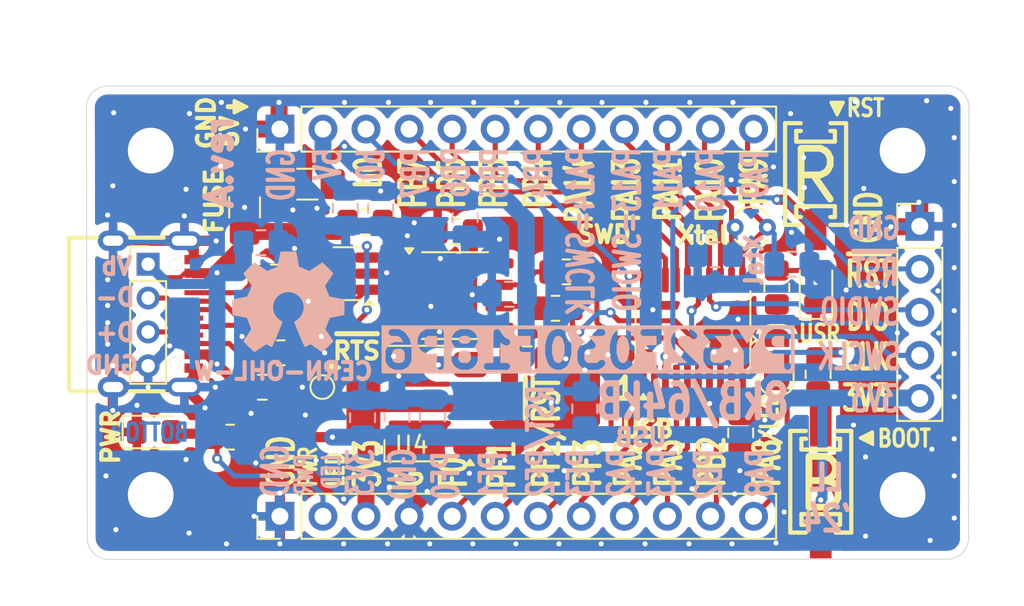
<source format=kicad_pcb>
(kicad_pcb (version 20240108) (generator "pcbnew") (generator_version "8.0")
  (layers (0 "F.Cu" signal) (31 "B.Cu" signal) (34 "B.Paste" user) (35 "F.Paste" user) (36 "B.SilkS" user "B.Silkscreen") (37 "F.SilkS" user "F.Silkscreen") (38 "B.Mask" user) (39 "F.Mask" user) (44 "Edge.Cuts" user))
  (net 0 "")
  (net 2 "Net-(U3-RXD)")
  (net 3 "GND")
  (net 4 "Net-(U3-~{RTS})")
  (net 5 "+5V")
  (net 6 "Net-(U3-TXD)")
  (net 9 "VBUS")
  (net 10 "USB_D-")
  (net 11 "USB_D+")
  (net 12 "Net-(F1-Pad2)")
  (net 13 "+3V3")
  (net 14 "Net-(USB1-CC1)")
  (net 15 "Net-(USB1-CC2)")
  (net 17 "/PB7")
  (net 18 "/PB6")
  (net 19 "/PB5")
  (net 20 "/PB4")
  (net 21 "/PA11")
  (net 22 "/PA10")
  (net 23 "/PA9")
  (net 24 "/PB2")
  (net 25 "/PA8")
  (net 26 "Net-(D3-A)")
  (net 27 "Net-(JP2-A)")
  (net 28 "Net-(JP2-C)")
  (net 29 "SWDCLK")
  (net 30 "SWDIO")
  (net 31 "/PF0")
  (net 32 "/PF1")
  (net 33 "/PF3")
  (net 34 "PYURX")
  (net 35 "PYUTX")
  (net 36 "BOOT0")
  (net 37 "NRST")
  (net 38 "Net-(R8-Pad1)")
  (net 39 "PWRLED")
  (footprint "Inductor_SMD:L_1206_3216Metric_Pad1.42x1.75mm_HandSolder" (layer "F.Cu") (at 103.2256 68.0212)
    (property "Reference" "FB1" (hide yes))
    (property "Value" "~")
  )
  (footprint "Package_SO:SOP-8_3.9x4.9mm_P1.27mm" (layer "F.Cu") (at 111.929 74.5998)
    (property "Reference" "U3" (hide yes))
    (property "Value" "CH340N")
  )
  (footprint "Crystal:Crystal_Round_D2.0mm_Vertical" (layer "F.Cu") (at 130.3528 70.5612 180)
    (property "Reference" "Y1" (hide yes))
    (property "Value" "32.768 kHz")
  )
  (footprint "Capacitor_SMD:C_0805_2012Metric_Pad1.18x1.45mm_HandSolder" (layer "F.Cu") (at 106.6292 70.2564)
    (property "Reference" "C3" (hide yes))
    (property "Value" "100nF")
  )
  (footprint "LED_SMD:LED_0805_2012Metric_Pad1.15x1.40mm_HandSolder" (layer "F.Cu") (at 133.223 74.1172 90)
    (property "Reference" "D3" (hide yes))
    (property "Value" "LED-R")
  )
  (footprint "Capacitor_SMD:C_0805_2012Metric_Pad1.18x1.45mm_HandSolder" (layer "F.Cu") (at 111.9417 70.8152)
    (property "Reference" "C10" (hide yes))
    (property "Value" "100nF")
  )
  (footprint "Resistor_SMD:R_0805_2012Metric_Pad1.20x1.40mm_HandSolder" (layer "F.Cu") (at 133.35 79.248 90)
    (property "Reference" "R8" (hide yes))
    (property "Value" "1k")
  )
  (footprint "MountingHole:MountingHole_2.7mm_M2.5_ISO7380_Pad" (layer "F.Cu") (at 138.3284 86.36)
    (property "Reference" "H2" (hide yes))
    (property "Value" "MountingHole")
  )
  (footprint "MountingHole:MountingHole_2.7mm_M2.5_ISO7380_Pad" (layer "F.Cu") (at 138.3284 66.04)
    (property "Reference" "H1" (hide yes))
    (property "Value" "MountingHole")
  )
  (footprint "pypill32:SW-SMD_L6.0-W3.5-LS8.2" (layer "F.Cu") (at 133.5024 85.6 90)
    (property "Reference" "SW2" (hide yes))
    (property "Value" "BOOT_BTN")
  )
  (footprint "Resistor_SMD:R_0805_2012Metric_Pad1.20x1.40mm_HandSolder" (layer "F.Cu") (at 118.5 73.2)
    (property "Reference" "R5" (hide yes))
    (property "Value" "0R")
  )
  (footprint "MountingHole:MountingHole_2.7mm_M2.5_ISO7380_Pad" (layer "F.Cu") (at 93.98 66.04)
    (property "Reference" "H3" (hide yes))
    (property "Value" "MountingHole")
  )
  (footprint "TestPoint:TestPoint_Pad_D1.0mm" (layer "F.Cu") (at 104.1 80)
    (property "Reference" "TP2" (hide yes))
    (property "Value" "RTS_pad")
  )
  (footprint "Connector_PinHeader_2.54mm:PinHeader_1x12_P2.54mm_Vertical" (layer "F.Cu") (at 101.6 87.63 90)
    (property "Reference" "J2" (hide yes))
    (property "Value" "HeaderL")
  )
  (footprint "Capacitor_SMD:C_0805_2012Metric_Pad1.18x1.45mm_HandSolder" (layer "F.Cu") (at 128.778 82.7024 -90)
    (property "Reference" "C4" (hide yes))
    (property "Value" "100nF")
  )
  (footprint "Fuse:Fuse_1206_3216Metric_Pad1.42x1.75mm_HandSolder" (layer "F.Cu") (at 99.5172 69.3928 90)
    (property "Reference" "F1" (hide yes))
    (property "Value" "0.8A")
  )
  (footprint "Resistor_SMD:R_0805_2012Metric_Pad1.20x1.40mm_HandSolder" (layer "F.Cu") (at 98.6696 82.9564 180)
    (property "Reference" "R2" (hide yes))
    (property "Value" "1k")
  )
  (footprint "Connector_PinHeader_2.54mm:PinHeader_1x12_P2.54mm_Vertical" (layer "F.Cu") (at 101.6 64.77 90)
    (property "Reference" "J1" (hide yes))
    (property "Value" "HeaderR")
  )
  (footprint "Resistor_SMD:R_0805_2012Metric_Pad1.20x1.40mm_HandSolder" (layer "F.Cu") (at 101.2952 73.5076 180)
    (property "Reference" "R3" (hide yes))
    (property "Value" "5k1")
  )
  (footprint "MountingHole:MountingHole_2.7mm_M2.5_ISO7380_Pad" (layer "F.Cu") (at 93.98 86.36)
    (property "Reference" "H4" (hide yes))
    (property "Value" "MountingHole")
  )
  (footprint "LED_SMD:LED_0805_2012Metric_Pad1.15x1.40mm_HandSolder" (layer "F.Cu") (at 94.1832 82.6516)
    (property "Reference" "D2" (hide yes))
    (property "Value" "LED-G")
  )
  (footprint "pypill32:USB-C-SMD_TYPE-C-6PIN-2MD-073" (layer "F.Cu") (at 94.14 75.68 -90)
    (property "Reference" "USB1" (hide yes))
    (property "Value" "TYPE-C 16PIN 2MD(073)" (hide yes))
  )
  (footprint "Resistor_SMD:R_0805_2012Metric_Pad1.20x1.40mm_HandSolder" (layer "F.Cu") (at 117.85 75.35)
    (property "Reference" "R6" (hide yes))
    (property "Value" "0R")
  )
  (footprint "Connector_PinHeader_2.00mm:PinHeader_1x04_P2.00mm_Vertical" (layer "F.Cu") (at 93.8276 72.7456)
    (property "Reference" "J3" (hide yes))
    (property "Value" "USB_PINS")
  )
  (footprint "Jumper:SolderJumper-3_P1.3mm_Open_RoundedPad1.0x1.5mm" (layer "F.Cu") (at 130.9017 78.3844 -90)
    (property "Reference" "JP2" (hide yes))
    (property "Value" "PA8_SEL")
  )
  (footprint "Package_TO_SOT_SMD:SOT-23-6" (layer "F.Cu") (at 105.5624 73.3044 180)
    (property "Reference" "U1" (hide yes))
    (property "Value" "SRV05-4")
  )
  (footprint "Package_SO:TSSOP-20_4.4x6.5mm_P0.65mm" (layer "F.Cu") (at 125.9638 76.5421 90)
    (property "Reference" "U2" (hide yes))
    (property "Value" "PY32F030F18P6")
  )
  (footprint "Resistor_SMD:R_0805_2012Metric_Pad1.20x1.40mm_HandSolder" (layer "F.Cu") (at 101.6508 77.978 180)
    (property "Reference" "R4" (hide yes))
    (property "Value" "5k1")
  )
  (footprint "Resistor_SMD:R_0805_2012Metric_Pad1.20x1.40mm_HandSolder" (layer "F.Cu") (at 130.9116 74.1172 90)
    (property "Reference" "R7" (hide yes))
    (property "Value" "1k")
  )
  (footprint "Capacitor_SMD:C_0805_2012Metric_Pad1.18x1.45mm_HandSolder" (layer "F.Cu") (at 100.5625 80.01)
    (property "Reference" "C9" (hide yes))
    (property "Value" "10uF")
  )
  (footprint "Capacitor_SMD:C_0805_2012Metric_Pad1.18x1.45mm_HandSolder" (layer "F.Cu") (at 116.1796 78.3336 180)
    (property "Reference" "C11" (hide yes))
    (property "Value" "100nF")
  )
  (footprint "Package_TO_SOT_SMD:SOT-223-3_TabPin2" (layer "F.Cu") (at 109.6772 80.9752 180)
    (property "Reference" "U4")
    (property "Value" "AMS1117-3.3")
  )
  (footprint "Connector_PinHeader_2.54mm:PinHeader_1x05_P2.54mm_Vertical" (layer "F.Cu") (at 139.3444 70.5104)
    (property "Reference" "J4" (hide yes))
    (property "Value" "SWD_HEADER")
  )
  (footprint "pypill32:SW-SMD_L6.0-W3.5-LS8.2" (layer "F.Cu") (at 133.1976 67.4116 -90)
    (property "Reference" "SW1" (hide yes))
    (property "Value" "RST_BTN")
  )
  (footprint "Capacitor_SMD:C_0805_2012Metric_Pad1.18x1.45mm_HandSolder" (layer "B.Cu") (at 105.4608 69.4436 -90)
    (property "Reference" "C6" (hide yes))
    (property "Value" "10uF")
  )
  (footprint "Symbol:OSHW-Symbol_6.7x6mm_SilkScreen" (layer "B.Cu") (at 102.108 74.9808 180)
    (property "Reference" "OHW" (hide yes))
    (property "Value" "OSHW-Symbol_6.7x6mm_SilkScreen" (hide yes))
  )
  (footprint "Capacitor_SMD:C_0805_2012Metric_Pad1.18x1.45mm_HandSolder" (layer "B.Cu") (at 110.5916 81.7665 90)
    (property "Reference" "C2" (hide yes))
    (property "Value" "1uF")
  )
  (footprint "Capacitor_SMD:C_0805_2012Metric_Pad1.18x1.45mm_HandSolder" (layer "B.Cu") (at 115.1343 74.5236 180)
    (property "Reference" "C15" (hide yes))
    (property "Value" "100nF")
  )
  (footprint "Capacitor_SMD:C_0805_2012Metric_Pad1.18x1.45mm_HandSolder" (layer "B.Cu") (at 106.4768 81.8095 90)
    (property "Reference" "C16" (hide yes))
    (property "Value" "10uF")
  )
  (footprint "Capacitor_SMD:C_0805_2012Metric_Pad1.18x1.45mm_HandSolder" (layer "B.Cu") (at 108.5088 81.788 90)
    (property "Reference" "C5" (hide yes))
    (property "Value" "100nF")
  )
  (footprint "Capacitor_SMD:C_0805_2012Metric_Pad1.18x1.45mm_HandSolder" (layer "B.Cu") (at 112.522 70.0024 -90)
    (property "Reference" "C7" (hide yes))
    (property "Value" "1uF")
  )
  (footprint "Capacitor_SMD:C_0805_2012Metric_Pad1.18x1.45mm_HandSolder" (layer "B.Cu") (at 131.7967 72.7456)
    (property "Reference" "C13" (hide yes))
    (property "Value" "12p")
  )
  (footprint "Capacitor_SMD:C_0805_2012Metric_Pad1.18x1.45mm_HandSolder" (layer "B.Cu") (at 107.5436 69.4651 -90)
    (property "Reference" "C14" (hide yes))
    (property "Value" "10uF")
  )
  (footprint "Capacitor_SMD:C_0805_2012Metric_Pad1.18x1.45mm_HandSolder" (layer "B.Cu") (at 127.2755 72.1868 180)
    (property "Reference" "C8" (hide yes))
    (property "Value" "12p")
  )
  (footprint "Capacitor_SMD:C_0805_2012Metric_Pad1.18x1.45mm_HandSolder" (layer "B.Cu") (at 100.4824 71.4756)
    (property "Reference" "C1" (hide yes))
    (property "Value" "1uF")
  )
  (footprint "Capacitor_SMD:C_0805_2012Metric_Pad1.18x1.45mm_HandSolder" (layer "B.Cu") (at 119.5832 81.28 90)
    (property "Reference" "C12" (hide yes))
    (property "Value" "100nF")
  )
  (gr_line (start 137.8712 71.9836) (end 135.4328 71.9836) (stroke (width 0.3)) (layer "B.SilkS"))
  (gr_poly (pts (xy 99.6188 63.4492) (xy 98.9076 63.8048) (xy 98.9076 63.0936) (xy 99.6188 63.4492)) (stroke (width 0.2)) (fill solid) (layer "F.SilkS"))
  (gr_line (start 104.95 76.85) (end 107.35 76.85) (stroke (width 0.3)) (layer "F.SilkS"))
  (gr_poly (pts (xy 104.55 79.2) (xy 104.6 78.5) (xy 105.1 78.85) (xy 104.55 79.15)) (stroke (width 0.2)) (fill solid) (layer "F.SilkS"))
  (gr_line (start 135.128 72.136) (end 137.5664 72.136) (stroke (width 0.3)) (layer "F.SilkS"))
  (gr_line (start 98.552 63.4492) (end 99.4664 63.4492) (stroke (width 0.3)) (layer "F.SilkS"))
  (gr_poly (pts (xy 134.4676 63.9064) (xy 134.112 63.1952) (xy 134.8232 63.1952) (xy 134.4676 63.9064)) (stroke (width 0.2)) (fill solid) (layer "F.SilkS"))
  (gr_poly (pts (xy 135.8392 83.0072) (xy 136.5504 82.6516) (xy 136.5504 83.3628) (xy 135.8392 83.0072)) (stroke (width 0.2)) (fill solid) (layer "F.SilkS"))
  (gr_line (start 116.078 81.8896) (end 116.078 79.4512) (stroke (width 0.3)) (layer "F.SilkS"))
  (gr_line (start 91.4908 90.17) (end 140.97 90.163548) (stroke (width 0.05)) (layer "Edge.Cuts"))
  (gr_arc (start 140.986375 62.229893) (mid 141.878675 62.602904) (end 142.24 63.5) (stroke (width 0.05)) (layer "Edge.Cuts"))
  (gr_line (start 90.186478 63.499789) (end 90.237121 88.916295) (stroke (width 0.05)) (layer "Edge.Cuts"))
  (gr_arc (start 142.215435 88.849111) (mid 141.875412 89.774178) (end 140.97 90.163548) (stroke (width 0.05)) (layer "Edge.Cuts"))
  (gr_line (start 91.44 62.23) (end 140.986375 62.229893) (stroke (width 0.05)) (layer "Edge.Cuts"))
  (gr_arc (start 91.4908 90.17) (mid 90.604301 89.802796) (end 90.237121 88.916295) (stroke (width 0.05)) (layer "Edge.Cuts"))
  (gr_line (start 142.24 63.5) (end 142.215435 88.849111) (stroke (width 0.05)) (layer "Edge.Cuts"))
  (gr_arc (start 90.186478 63.499789) (mid 90.547856 62.602911) (end 91.44 62.23) (stroke (width 0.05)) (layer "Edge.Cuts"))
  (gr_text "TOP" (at 92.6592 70.3072 0) (layer "F.Cu") (effects (font (size 1 0.8) (thickness 0.2) (bold yes)) (justify left bottom)))
  (gr_text "BOTTOM" (at 96.3168 83.2612 0) (layer "B.Cu") (effects (font (size 1 0.8) (thickness 0.2) (bold yes)) (justify left bottom mirror)))
  (gr_text "rev.A" (at 98.9076 63.8048 90) (layer "B.SilkS") (effects (font (size 1.5 1.5) (thickness 0.375) (bold yes)) (justify left bottom mirror)))
  (gr_text "PA11" (at 125.4252 65.786 90) (layer "B.SilkS") (effects (font (size 1.5 1) (thickness 0.25) (bold yes)) (justify left bottom mirror)))
  (gr_text "PA14=SWCLK" (at 120.2436 65.6844 90) (layer "B.SilkS") (effects (font (size 1.5 1) (thickness 0.25) (bold yes)) (justify left bottom mirror)))
  (gr_text "PWR\nLED" (at 105.2189 83.8708 90) (layer "B.SilkS") (effects (font (size 1 0.75) (thickness 0.1875) (bold yes)) (justify left bottom mirror)))
  (gr_text "3V3" (at 107.2388 83.5152 90) (layer "B.SilkS") (effects (font (size 1.5 1) (thickness 0.25) (bold yes)) (justify left bottom mirror)))
  (gr_text "Vb" (at 93.0148 73.4568 0) (layer "B.SilkS") (effects (font (size 1 1) (thickness 0.25) (bold yes)) (justify left bottom mirror)))
  (gr_text "RST/PF2" (at 117.8681 79.756 90) (layer "B.SilkS") (effects (font (size 1.5 1) (thickness 0.25) (bold yes)) (justify left bottom mirror)))
  (gr_text "D-" (at 93.1672 75.2856 0) (layer "B.SilkS") (effects (font (size 1 1) (thickness 0.25) (bold yes)) (justify left bottom mirror)))
  (gr_text "D+" (at 93.1672 77.3684 0) (layer "B.SilkS") (effects (font (size 1 1) (thickness 0.25) (bold yes)) (justify left bottom mirror)))
  (gr_text "PB5" (at 115.1636 65.7352 90) (layer "B.SilkS") (effects (font (size 1.5 1) (thickness 0.25) (bold yes)) (justify left bottom mirror)))
  (gr_text "USB" (at 124.5616 83.566 -0) (layer "B.SilkS") (effects (font (size 1 1) (thickness 0.25) (bold yes)) (justify left bottom mirror)))
  (gr_text "PA3" (at 125.0188 83.5152 90) (layer "B.SilkS") (effects (font (size 1.5 1) (thickness 0.25) (bold yes)) (justify left bottom mirror)))
  (gr_text "3V3" (at 138.2268 81.5848 0) (layer "B.SilkS") (effects (font (size 1.5 1) (thickness 0.25) (bold yes)) (justify left bottom mirror)))
  (gr_text "PB7" (at 110.49 65.7352 90) (layer "B.SilkS") (effects (font (size 1.5 1) (thickness 0.25) (bold yes)) (justify left bottom mirror)))
  (gr_text "PF1" (at 115.0741 83.6676 90) (layer "B.SilkS") (effects (font (size 1.5 1) (thickness 0.25) (bold yes)) (justify left bottom mirror)))
  (gr_text "GND" (at 102.5652 65.786 90) (layer "B.SilkS") (effects (font (size 1.5 1) (thickness 0.25) (bold yes)) (justify left bottom mirror)))
  (gr_text "GND" (at 109.728 83.4644 90) (layer "B.SilkS") (effects (font (size 1.5 1) (thickness 0.25) (bold yes)) (justify left bottom mirror)))
  (gr_text "SWDIO" (at 138.2776 76.454 0) (layer "B.SilkS") (effects (font (size 1.5 1) (thickness 0.25) (bold yes)) (justify left bottom mirror)))
  (gr_text "PB2" (at 127.762 83.5152 90) (layer "B.SilkS") (effects (font (size 1.5 1) (thickness 0.25) (bold yes)) (justify left bottom mirror)))
  (gr_text "PB4" (at 117.7544 65.7352 90) (layer "B.SilkS") (effects (font (size 1.5 1) (thickness 0.25) (bold yes)) (justify left bottom mirror)))
  (gr_text "PY32F030F18P6" (at 132.2832 79.0448 0) (layer "B.SilkS" knockout) (effects (font (size 2 2) (thickness 0.4) (bold yes)) (justify left bottom mirror)))
  (gr_text "GND" (at 102.2217 83.2612 90) (layer "B.SilkS") (effects (font (size 1.5 1) (thickness 0.25) (bold yes)) (justify left bottom mirror)))
  (gr_text "PF0" (at 112.2801 83.6676 90) (layer "B.SilkS") (effects (font (size 1.5 1) (thickness 0.25) (bold yes)) (justify left bottom mirror)))
  (gr_text "PA13=SWDIO" (at 122.9868 65.7352 90) (layer "B.SilkS") (effects (font (size 1.5 1) (thickness 0.25) (bold yes)) (justify left bottom mirror)))
  (gr_text "PA9" (at 130.5052 65.8876 90) (layer "B.SilkS") (effects (font (size 1.5 1) (thickness 0.25) (bold yes)) (justify left bottom mirror)))
  (gr_text "8kB/64kB" (at 131.826 82.042 0) (layer "B.SilkS") (effects (font (size 2 1.5) (thickness 0.375) (bold yes)) (justify left bottom mirror)))
  (gr_text "5V" (at 105.3084 65.786 90) (layer "B.SilkS") (effects (font (size 1.5 1) (thickness 0.25) (bold yes)) (justify left bottom mirror)))
  (gr_text "PA8" (at 130.81 83.5152 90) (layer "B.SilkS") (effects (font (size 1.5 1) (thickness 0.25) (bold yes)) (justify left bottom mirror)))
  (gr_text "RST" (at 138.2268 74.1172 0) (layer "B.SilkS") (effects (font (size 1.5 1) (thickness 0.25) (bold yes)) (justify left bottom mirror)))
  (gr_text "Xtal" (at 130.1496 70.866 90) (layer "B.SilkS") (effects (font (size 1 1) (thickness 0.25) (bold yes)) (justify left bottom mirror)))
  (gr_text "GND" (at 138.3284 71.374 0) (layer "B.SilkS") (effects (font (size 1.25 1) (thickness 0.25) (bold yes)) (justify left bottom mirror)))
  (gr_text "PA10" (at 127.9144 65.7352 90) (layer "B.SilkS") (effects (font (size 1.5 1) (thickness 0.25) (bold yes)) (justify left bottom mirror)))
  (gr_text "GND" (at 93.3704 79.2988 0) (layer "B.SilkS") (effects (font (size 1 1) (thickness 0.25) (bold yes)) (justify left bottom mirror)))
  (gr_text "PF3" (at 120.2436 83.5152 90) (layer "B.SilkS") (effects (font (size 1.5 1) (thickness 0.25) (bold yes)) (justify left bottom mirror)))
  (gr_text "SWCLK" (at 138.3792 79.0956 0) (layer "B.SilkS") (effects (font (size 1.5 1) (thickness 0.25) (bold yes)) (justify left bottom mirror)))
  (gr_text "b0" (at 107.8484 65.786 90) (layer "B.SilkS") (effects (font (size 1.5 1) (thickness 0.25) (bold yes)) (justify left bottom mirror)))
  (gr_text "LL\n'24" (at 133.858 88.646 -0) (layer "B.SilkS") (effects (font (size 1.5 1.2) (thickness 0.3) (bold yes)) (justify bottom mirror)))
  (gr_text "PA2" (at 122.6312 83.5152 90) (layer "B.SilkS") (effects (font (size 1.5 1) (thickness 0.25) (bold yes)) (justify left bottom mirror)))
  (gr_text "CERN-OHL-W" (at 101.8032 79.6544 0) (layer "B.SilkS") (effects (font (size 1 1) (thickness 0.25) (bold yes)) (justify bottom mirror)))
  (gr_text "PB6" (at 112.8776 65.6844 90) (layer "B.SilkS") (effects (font (size 1.5 1) (thickness 0.25) (bold yes)) (justify left bottom mirror)))
  (gr_text "USB" (at 121.6152 83.058 0) (layer "F.SilkS") (effects (font (size 1 1) (thickness 0.25) (bold yes)) (justify left bottom)))
  (gr_text "PA3" (at 125.4252 86.0552 90) (layer "F.SilkS") (effects (font (size 1.5 1) (thickness 0.25) (bold yes)) (justify left bottom)))
  (gr_text "PF1" (at 115.57 86.1568 90) (layer "F.SilkS") (effects (font (size 1.5 1) (thickness 0.25) (bold yes)) (justify left bottom)))
  (gr_text "PA9" (at 130.4544 69.4436 90) (layer "F.SilkS") (effects (font (size 1.5 1) (thickness 0.25) (bold yes)) (justify left bottom)))
  (gr_text "PWR" (at 92.202 84.6836 90) (layer "F.SilkS") (effects (font (size 1 1) (thickness 0.25) (bold yes)) (justify left bottom)))
  (gr_text "5V" (at 99.2124 65.9892 90) (layer "F.SilkS") (effects (font (size 1 1) (thickness 0.25) (bold yes)) (justify left bottom)))
  (gr_text "3V3" (at 134.62 81.534 0) (layer "F.SilkS") (effects (font (size 1.5 1) (thickness 0.25) (bold yes)) (justify left bottom)))
  (gr_text "PA11" (at 125.3744 70.358 90) (layer "F.SilkS") (effects (font (size 1.5 1) (thickness 0.25) (bold yes)) (justify left bottom)))
  (gr_text "RST" (at 134.8232 74.2188 0) (layer "F.SilkS") (effects (font (size 1.5 1) (thickness 0.25) (bold yes)) (justify left bottom)))
  (gr_text "PF2/RST" (at 118.2116 86.106 90) (layer "F.SilkS") (effects (font (size 1.5 1) (thickness 0.25) (bold yes)) (justify left bottom)))
  (gr_text "RTS" (at 104.6 78.45 0) (layer "F.SilkS") (effects (font (size 1 1) (thickness 0.25) (bold yes)) (justify left bottom)))
  (gr_text "PA2" (at 123.0376 86.0552 90) (layer "F.SilkS") (effects (font (size 1.5 1) (thickness 0.25) (bold yes)) (justify left bottom)))
  (gr_text "F0" (at 112.7252 86.106 90) (layer "F.SilkS") (effects (font (size 1.5 1) (thickness 0.25) (bold yes)) (justify left bottom)))
  (gr_text "GND" (at 97.8408 66.0908 90) (layer "F.SilkS") (effects (font (size 1 1) (thickness 0.25) (bold yes)) (justify left bottom)))
  (gr_text "R" (at 131.3688 69.2912 0) (layer "F.SilkS") (effects (font (size 3 3) (thickness 0.4) (bold yes)) (justify left bottom)))
  (gr_text "RST" (at 134.9248 64.1096 0) (layer "F.SilkS") (effects (font (size 1 0.8) (thickness 0.2) (bold yes)) (justify left bottom)))
  (gr_text "B" (at 131.826 87.4776 0) (layer "F.SilkS") (effects (font (size 3 3) (thickness 0.4) (bold yes)) (justify left bottom)))
  (gr_text "1" (at 121.158 80.8228 0) (layer "F.SilkS") (effects (font (size 1.25 1.25) (thickness 0.3125) (bold yes)) (justify left bottom)))
  (gr_text "GND" (at 102.5652 86.106 90) (layer "F.SilkS") (effects (font (size 1.5 1) (thickness 0.25) (bold yes)) (justify left bottom)))
  (gr_text "PA10" (at 127.8636 70.4088 90) (layer "F.SilkS") (effects (font (size 1.5 1) (thickness 0.25) (bold yes)) (justify left bottom)))
  (gr_text "PB7" (at 110.3376 69.596 90) (layer "F.SilkS") (effects (font (size 1.5 1) (thickness 0.25) (bold yes)) (justify left bottom)))
  (gr_text "DIO" (at 134.874 76.7588 0) (layer "F.SilkS") (effects (font (size 1.5 1) (thickness 0.25) (bold yes)) (justify left bottom)))
  (gr_text "USR" (at 132.1054 77.4192 0) (layer "F.SilkS") (effects (font (size 1 0.8) (thickness 0.2) (bold yes)) (justify left bottom)))
  (gr_text "PB5" (at 115.1128 69.596 90) (layer "F.SilkS") (effects (font (size 1.5 1) (thickness 0.25) (bold yes)) (justify left bottom)))
  (gr_text "PB6" (at 112.6236 69.596 90) (layer "F.SilkS") (effects (font (size 1.5 1) (thickness 0.25) (bold yes)) (justify left bottom)))
  (gr_text "PF3" (at 120.65 86.0552 90) (layer "F.SilkS") (effects (font (size 1.5 1) (thickness 0.25) (bold yes)) (justify left bottom)))
  (gr_text "PA14" (at 120.142 70.4596 90) (layer "F.SilkS") (effects (font (size 1.5 1) (thickness 0.25) (bold yes)) (justify left bottom)))
  (gr_text "PB2" (at 127.9652 86.0552 90) (layer "F.SilkS") (effects (font (size 1.5 1) (thickness 0.25) (bold yes)) (justify left bottom)))
  (gr_text "/LED" (at 131.064 83.4898 90) (layer "F.SilkS") (effects (font (size 1 0.8) (thickness 0.2) (bold yes)) (justify left bottom)))
  (gr_text "PB4" (at 117.7036 69.596 90) (layer "F.SilkS") (effects (font (size 1.5 1) (thickness 0.25) (bold yes)) (justify left bottom)))
  (gr_text "PA8" (at 131.2164 86.0552 90) (layer "F.SilkS") (effects (font (size 1.5 1) (thickness 0.25) (bold yes)) (justify left bottom)))
  (gr_text "GND" (at 137.2108 71.6788 90) (layer "F.SilkS") (effects (font (size 1.5 1) (thickness 0.25) (bold yes)) (justify left bottom)))
  (gr_text "PWR\nLED" (at 105.4608 86.0044 90) (layer "F.SilkS") (effects (font (size 1 0.75) (thickness 0.1875) (bold yes)) (justify left bottom)))
  (gr_text "FUSE" (at 98.298 71.0692 90) (layer "F.SilkS") (effects (font (size 1 1) (thickness 0.25) (bold yes)) (justify left bottom)))
  (gr_text "b0" (at 107.696 68.4276 90) (layer "F.SilkS") (effects (font (size 1.5 1) (thickness 0.25) (bold yes)) (justify left bottom)))
  (gr_text "G" (at 110.1344 86.106 90) (layer "F.SilkS") (effects (font (size 1.5 1) (thickness 0.25) (bold yes)) (justify left bottom)))
  (gr_text "CLK" (at 134.5692 79.0956 0) (layer "F.SilkS") (effects (font (size 1.5 1) (thickness 0.25) (bold yes)) (justify left bottom)))
  (gr_text "SWD" (at 119.0244 71.5772 0) (layer "F.SilkS") (effects (font (size 1 1) (thickness 0.25) (bold yes)) (justify left bottom)))
  (gr_text "PA13" (at 122.936 70.4088 90) (layer "F.SilkS") (effects (font (size 1.5 1) (thickness 0.25) (bold yes)) (justify left bottom)))
  (gr_text "Xtal" (at 124.9172 71.628 0) (layer "F.SilkS") (effects (font (size 1 1) (thickness 0.25) (bold yes)) (justify left bottom)))
  (gr_text "BOOT" (at 136.7536 83.6168 0) (layer "F.SilkS") (effects (font (size 1 0.8) (thickness 0.2) (bold yes)) (justify left bottom)))
  (gr_text "3V3" (at 107.6452 86.0552 90) (layer "F.SilkS") (effects (font (size 1.5 1) (thickness 0.25) (bold yes)) (justify left bottom)))
  (segment (start 116.6904 73.2) (end 117.5 73.2) (width 0.3) (layer "F.Cu") (net 2))
  (segment (start 114.554 73.9648) (end 115.9256 73.9648) (width 0.3) (layer "F.Cu") (net 2))
  (segment (start 115.9256 73.9648) (end 116.6904 73.2) (width 0.3) (layer "F.Cu") (net 2))
  (segment (start 118.4656 78.3336) (end 117.2171 78.3336) (width 0.6) (layer "F.Cu") (net 3))
  (segment (start 97.1804 81.2292) (end 95.97 80.0188) (width 0.6) (layer "F.Cu") (net 3))
  (segment (start 91.7448 78.74) (end 91.7448 81.3816) (width 0.6) (layer "F.Cu") (net 3))
  (segment (start 96.52 78.88) (end 96.52 79.45) (width 0.6) (layer "F.Cu") (net 3))
  (segment (start 133.1722 65.7606) (end 133.1722 63.8556) (width 1) (layer "F.Cu") (net 3))
  (segment (start 106.6999 73.3044) (end 107.8484 73.3044) (width 0.6) (layer "F.Cu") (net 3))
  (segment (start 95.97 80.0188) (end 95.97 80) (width 0.6) (layer "F.Cu") (net 3))
  (segment (start 92.8624 85.2424) (end 91.3384 85.2424) (width 1) (layer "F.Cu") (net 3))
  (segment (start 139.3444 69.1388) (end 139.3444 70.5104) (width 1) (layer "F.Cu") (net 3))
  (segment (start 137.6426 70.5358) (end 139.319 70.5358) (width 1) (layer "F.Cu") (net 3))
  (segment (start 135 74.2696) (end 134.1274 75.1422) (width 1) (layer "F.Cu") (net 3))
  (segment (start 93.1582 82.6516) (end 93.1582 81.0858) (width 0.6) (layer "F.Cu") (net 3))
  (segment (start 104.2416 77.978) (end 102.6508 77.978) (width 0.6) (layer "F.Cu") (net 3))
  (segment (start 110.9042 70.8152) (end 110.0328 70.8152) (width 1) (layer "F.Cu") (net 3))
  (segment (start 97.8268 71.36) (end 97.8408 71.374) (width 0.6) (layer "F.Cu") (net 3))
  (segment (start 127.2032 77.9272) (end 126.9492 78.1812) (width 0.3) (layer "F.Cu") (net 3))
  (segment (start 95.97 71.36) (end 97.8268 71.36) (width 0.6) (layer "F.Cu") (net 3))
  (segment (start 112.776 85.09) (end 112.776 83.3264) (width 1) (layer "F.Cu") (net 3))
  (segment (start 101.5492 64.77) (end 101.5492 63.229978) (width 1) (layer "F.Cu") (net 3))
  (segment (start 99.568 64.77) (end 101.5492 64.77) (width 1) (layer "F.Cu") (net 3))
  (segment (start 93.98 86.36) (end 94.996 87.376) (width 0.6) (layer "F.Cu") (net 3))
  (segment (start 110.0328 70.8152) (end 109.5248 70.3072) (width 1) (layer "F.Cu") (net 3))
  (segment (start 102.2952 71.9836) (end 102.2952 73.5076) (width 0.6) (layer "F.Cu") (net 3))
  (segment (start 139.2936 69.088) (end 139.3444 69.1388) (width 1) (layer "F.Cu") (net 3))
  (segment (start 109.22 87.63) (end 109.22 87.2236) (width 1) (layer "F.Cu") (net 3))
  (segment (start 132.4864 66.4464) (end 133.1722 65.7606) (width 1) (layer "F.Cu") (net 3))
  (segment (start 93.8276 78.7456) (end 91.7504 78.7456) (width 0.6) (layer "F.Cu") (net 3))
  (segment (start 102.4636 71.8152) (end 102.2952 71.9836) (width 0.6) (layer "F.Cu") (net 3))
  (segment (start 96.52 79.45) (end 95.97 80) (width 0.6) (layer "F.Cu") (net 3))
  (segment (start 107.8484 73.3044) (end 107.8992 73.2536) (width 0.6) (layer "F.Cu") (net 3))
  (segment (start 102.9208 80.01) (end 101.6 80.01) (width 0.6) (layer "F.Cu") (net 3))
  (segment (start 95.97 80) (end 91.76 80) (width 0.6) (layer "F.Cu") (net 3))
  (segment (start 93.1582 81.0858) (end 93.1672 81.0768) (width 0.6) (layer "F.Cu") (net 3))
  (segment (start 128.778 84.8868) (end 128.778 83.7399) (width 1) (layer "F.Cu") (net 3))
  (segment (start 108.3056 70.2564) (end 107.6667 70.2564) (width 0.6) (layer "F.Cu") (net 3))
  (segment (start 101.6 86.2584) (end 101.6 89.2556) (width 0.6) (layer "F.Cu") (net 3))
  (segment (start 91.694 77.216) (end 91.44 77.47) (width 0.6) (layer "F.Cu") (net 3))
  (segment (start 91.7504 78.7456) (end 91.7448 78.74) (width 0.6) (layer "F.Cu") (net 3))
  (segment (start 126.9492 78.1812) (end 126.9492 80.9752) (width 0.3) (layer "F.Cu") (net 3))
  (segment (start 96.52 71.91) (end 95.97 71.36) (width 0.6) (layer "F.Cu") (net 3))
  (segment (start 139.319 70.5358) (end 139.3444 70.5104) (width 1) (layer "F.Cu") (net 3))
  (segment (start 96.52 72.48) (end 96.52 71.91) (width 0.6) (layer "F.Cu") (net 3))
  (segment (start 91.9226 88.4174) (end 96.0628 84.2772) (width 1) (layer "F.Cu") (net 3))
  (segment (start 112.776 83.3264) (end 112.8272 83.2752) (width 1) (layer "F.Cu") (net 3))
  (segment (start 134.1274 75.1422) (end 133.223 75.1422) (width 1) (layer "F.Cu") (net 3))
  (segment (start 110.5066 75.2348) (end 109.304 75.2348) (width 0.6) (layer "F.Cu") (net 3))
  (segment (start 109.22 87.2236) (end 110.2868 86.1568) (width 1) (layer "F.Cu") (net 3))
  (segment (start 95.97 71.36) (end 91.76 71.36) (width 0.6) (layer "F.Cu") (net 3))
  (segment (start 109.1184 71.0692) (end 108.3056 70.2564) (width 0.6) (layer "F.Cu") (net 3))
  (segment (start 91.44 73.66) (end 91.44 77.47) (width 0.6) (layer "F.Cu") (net 3))
  (segment (start 96.2406 88.6206) (end 92.8624 85.2424) (width 1) (layer "F.Cu") (net 3))
  (segment (start 95.97 69.9096) (end 95.9612 69.9008) (width 0.6) (layer "F.Cu") (net 3))
  (segment (start 128.7272 84.9376) (end 128.778 84.8868) (width 1) (layer "F.Cu") (net 3))
  (via (at 110.2868 86.1568) (size 0.6) (drill 0.3) (layers "F.Cu" "B.Cu") (net 3))
  (via (at 91.7448 68.1228) (size 0.6) (drill 0.3) (layers "F.Cu" "B.Cu") (net 3))
  (via (at 123.1392 89.2556) (size 0.6) (drill 0.3) (layers "F.Cu" "B.Cu") (net 3))
  (via (at 96.266 63.8556) (size 0.6) (drill 0.3) (layers "F.Cu" "B.Cu") (net 3))
  (via (at 93.1672 81.0768) (size 0.6) (drill 0.3) (layers "F.Cu" "B.Cu") (net 3))
  (via (at 100.076 87.63) (size 0.6) (drill 0.3) (layers "F.Cu" "B.Cu") (net 3))
  (via (at 141.1732 63.5508) (size 0.6) (drill 0.3) (layers "F.Cu" "B.Cu") (net 3))
  (via (at 140.462 76.8096) (size 0.6) (drill 0.3) (layers "F.Cu" "B.Cu") (net 3))
  (via (at 131.7244 63.8556) (size 0.6) (drill 0.3) (layers "F.Cu" "B.Cu") (net 3))
  (via (at 111.0654 72.4154) (size 0.6) (drill 0.3) (layers "F.Cu" "B.Cu") (net 3))
  (via (at 117.602 80.9244) (size 0.6) (drill 0.3) (layers "F.Cu" "B.Cu") (net 3))
  (via (at 139.954 89.0524) (size 0.6) (drill 0.3) (layers "F.Cu" "B.Cu") (net 3))
  (via (at 100.1776 84.4804) (size 0.6) (drill 0.3) (layers "F.Cu" "B.Cu") (net 3))
  (via (at 93.8276 80.01) (size 0.6) (drill 0.3) (layers "F.Cu" "B.Cu") (net 3))
  (via (at 127.2032 77.9272) (size 0.6) (drill 0.3) (layers "F.Cu" "B.Cu") (net 3))
  (via (at 114.554 71.2724) (size 0.6) (drill 0.3) (layers "F.Cu" "B.Cu") (net 3))
  (via (at 128.4224 86.3092) (size 0.6) (drill 0.3) (layers "F.Cu" "B.Cu") (net 3))
  (via (at 120.5992 63.1952) (size 0.6) (drill 0.3) (layers "F.Cu" "B.Cu") (net 3))
  (via (at 140.462 79.4004) (size 0.6) (drill 0.3) (layers "F.Cu" "B.Cu") (net 3))
  (via (at 137.6426 70.5358) (size 0.6) (drill 0.3) (layers "F.Cu" "B.Cu") (net 3))
  (via (at 141.3764 65.278) (size 0.6) (drill 0.3) (layers "F.Cu" "B.Cu") (net 3))
  (via (at 141.3764 83.058) (size 0.6) (drill 0.3) (layers "F.Cu" "B.Cu") (net 3))
  (via (at 132.4864 66.4464) (size 0.6) (drill 0.3) (layers "F.Cu" "B.Cu") (net 3))
  (via (at 119.5832 78.994) (size 0.6) (drill 0.3) (layers "F.Cu" "B.Cu") (net 3))
  (via (at 97.8408 71.374) (size 0.6) (drill 0.3) (layers "F.Cu" "B.Cu") (net 3))
  (via (at 132.5372 68.2244) (size 0.6) (drill 0.3) (layers "F.Cu" "B.Cu") (net 3))
  (via (at 108.3056 78.1812) (size 0.6) (drill 0.3) (layers "F.Cu" "B.Cu") (net 3))
  (via (at 110.5408 67.7164) (size 0.6) (drill 0.3) (layers "F.Cu" "B.Cu") (net 3))
  (via (at 105.3592 86.614) (size 0.6) (drill 0.3) (layers "F.Cu" "B.Cu") (net 3))
  (via (at 108.6104 79.3496) (size 0.6) (drill 0.3) (layers "F.Cu" "B.Cu") (net 3))
  (via (at 141.3764 85.2424) (size 0.6) (drill 0.3) (layers "F.Cu" "B.Cu") (net 3))
  (via (at 91.44 76.2) (size 0.6) (drill 0.3) (layers "F.Cu" "B.Cu") (net 3))
  (via (at 130.8608 89.2048) (size 0.6) (drill 0.3) (layers "F.Cu" "B.Cu") (net 3))
  (via (at 109.5248 70.3072) (size 0.6) (drill 0.3) (layers "F.Cu" "B.Cu") (net 3))
  (via (at 135 74.2696) (size 0.6) (drill 0.3) (layers "F.Cu" "B.Cu") (net 3))
  (via (at 130.7084 67.0052) (size 0.6) (drill 0.3) (layers "F.Cu" "B.Cu") (net 3))
  (via (at 91.3384 85.2424) (size 0.6) (drill 0.3) (layers "F.Cu" "B.Cu") (net 3))
  (via (at 91.7448 78.74) (size 0.6) (drill 0.3) (layers "F.Cu" "B.Cu") (net 3))
  (via (at 110.4392 89.2556) (size 0.6) (drill 0.3) (layers "F.Cu" "B.Cu") (net 3))
  (via (at 123.19 63.1952) (size 0.6) (drill 0.3) (layers "F.Cu" "B.Cu") (net 3))
  (via (at 91.9226 88.4174) (size 0.6) (drill 0.3) (layers "F.Cu" "B.Cu") (net 3))
  (via (at 97.79 80.01) (size 0.6) (drill 0.3) (layers "F.Cu" "B.Cu") (net 3))
  (via (at 138.0236 76.8096) (size 0.6) (drill 0.3) (layers "F.Cu" "B.Cu") (net 3))
  (via (at 115.57 63.1952) (size 0.6) (drill 0.3) (layers "F.Cu" "B.Cu") (net 3))
  (via (at 99.568 64.77) (size 0.6) (drill 0.3) (layers "F.Cu" "B.Cu") (net 3))
  (via (at 136.144 84.1248) (size 0.6) (drill 0.3) (layers "F.Cu" "B.Cu") (net 3))
  (via (at 104.0384 77.0128) (size 0.6) (drill 0.3) (layers "F.Cu" "B.Cu") (net 3))
  (via (at 91.44 73.66) (size 0.6) (drill 0.3) (layers "F.Cu" "B.Cu") (net 3))
  (via (at 91.7956 63.8048) (size 0.6) (drill 0.3) (layers "F.Cu" "B.Cu") (net 3))
  (via (at 101.6 89.2556) (size 0.6) (drill 0.3) (layers "F.Cu" "B.Cu") (net 3))
  (via (at 141.3764 70.4596) (size 0.6) (drill 0.3) (layers "F.Cu" "B.Cu") (net 3))
  (via (at 104.2416 77.978) (size 0.6) (drill 0.3) (layers "F.Cu" "B.Cu") (net 3))
  (via (at 95.9612 69.9008) (size 0.6) (drill 0.3) (layers "F.Cu" "B.Cu") (net 3))
  (via (at 102.9208 80.01) (size 0.6) (drill 0.3) (layers "F.Cu" "B.Cu") (net 3))
  (via (at 136.8552 74.1172) (size 0.6) (drill 0.3) (layers "F.Cu" "B.Cu") (net 3))
  (via (at 141.3764 75.4888) (size 0.6) (drill 0.3) (layers "F.Cu" "B.Cu") (net 3))
  (via (at 108.0516 85.9028) (size 0.6) (drill 0.3) (layers "F.Cu" "B.Cu") (net 3))
  (via (at 126.9492 80.9752) (size 0.6) (drill 0.3) (layers "F.Cu" "B.Cu") (net 3))
  (via (at 101.6 86.2584) (size 0.6) (drill 0.3) (layers "F.Cu" "B.Cu") (net 3))
  (via (at 139.2936 69.088) (size 0.6) (drill 0.3) (layers "F.Cu" "B.Cu") (net 3))
  (via (at 141.3764 78.0288) (size 0.6) (drill 0.3) (layers "F.Cu" "B.Cu") (net 3))
  (via (at 118.364 84.9376) (size 0.6) (drill 0.3) (layers "F.Cu" "B.Cu") (net 3))
  (via (at 141.3764 67.8688) (size 0.6) (drill 0.3) (layers "F.Cu" "B.Cu") (net 3))
  (via (at 96.0628 84.2772) (size 0.6) (drill 0.3) (layers "F.Cu" "B.Cu") (net 3))
  (via (at 128.2192 67.7672) (size 0.6) (drill 0.3) (layers "F.Cu" "B.Cu") (net 3))
  (via (at 101.5492 63.1952) (size 0.6) (drill 0.3) (layers "F.Cu" "B.Cu") (net 3))
  (via (at 105.3592 89.2556) (size 0.6) (drill 0.3) (layers "F.Cu" "B.Cu") (net 3))
  (via (at 113.03 63.1952) (size 0.6) (drill 0.3) (layers "F.Cu" "B.Cu") (net 3))
  (via (at 139.7508 63.0936) (size 0.6) (drill 0.3) (layers "F.Cu" "B.Cu") (net 3))
  (via (at 107.95 89.2556) (size 0.6) (drill 0.3) (layers "F.Cu" "B.Cu") (net 3))
  (via (at 135.0264 70.4342) (size 0.6) (drill 0.3) (layers "F.Cu" "B.Cu") (net 3))
  (via (at 97.1804 81.2292) (size 0.6) (drill 0.3) (layers "F.Cu" "B.Cu") (net 3))
  (via (at 103.7336 84.328) (size 0.6) (drill 0.3) (layers "F.Cu" "B.Cu") (net 3))
  (via (at 99.3648 77.0128) (size 0.6) (drill 0.3) (layers "F.Cu" "B.Cu") (net 3))
  (via (at 105.41 63.1952) (size 0.6) (drill 0.3) (layers "F.Cu" "B.Cu") (net 3))
  (via (at 140.4112 74.3204) (size 0.6) (drill 0.3) (layers "F.Cu" "B.Cu") (net 3))
  (via (at 98.0948 66.9544) (size 0.6) (drill 0.3) (layers "F.Cu" "B.Cu") (net 3))
  (via (at 95.0976 77.5716) (size 0.6) (drill 0.3) (layers "F.Cu" "B.Cu") (net 3))
  (via (at 141.3764 80.5688) (size 0.6) (drill 0.3) (layers "F.Cu" "B.Cu") (net 3))
  (via (at 120.95 78.1) (size 0.6) (drill 0.3) (layers "F.Cu" "B.Cu") (net 3))
  (via (at 112.9792 89.2556) (size 0.6) (drill 0.3) (layers "F.Cu" "B.Cu") (net 3))
  (via (at 91.44 77.47) (size 0.6) (drill 0.3) (layers "F.Cu" "B.Cu") (net 3))
  (via (at 96.0628 68.326) (size 0.6) (drill 0.3) (layers "F.Cu" "B.Cu") (net 3))
  (via (at 102.362 69.5452) (size 0.6) (drill 0.3) (layers "F.Cu" "B.Cu") (net 3))
  (via (at 108.0008 63.1952) (size 0.6) (drill 0.3) (layers "F.Cu" "B.Cu") (net 3))
  (via (at 131.3434 87.376) (size 0.6) (drill 0.3) (layers "F.Cu" "B.Cu") (net 3))
  (via (at 131.7752 70.866) (size 0.6) (drill 0.3) (layers "F.Cu" "B.Cu") (net 3))
  (via (at 118.4656 78.3336) (size 0.6) (drill 0.3) (layers "F.Cu" "B.Cu") (net 3))
  (via (at 136.0424 68.2752) (size 0.6) (drill 0.3) (layers "F.Cu" "B.Cu") (net 3))
  (via (at 111.0146 76.7334) (size 0.6) (drill 0.3) (layers "F.Cu" "B.Cu") (net 3))
  (via (at 128.6256 75.9968) (size 0.6) (drill 0.3) (layers "F.Cu" "B.Cu") (net 3))
  (via (at 125.9078 86.0044) (size 0.6) (drill 0.3) (layers "F.Cu" "B.Cu") (net 3))
  (via (at 119.75 77.95) (size 0.6) (drill 0.3) (layers "F.Cu" "B.Cu") (net 3))
  (via (at 98.1456 63.1952) (size 0.6) (drill 0.3) (layers "F.Cu" "B.Cu") (net 3))
  (via (at 141.3764 72.9488) (size 0.6) (drill 0.3) (layers "F.Cu" "B.Cu") (net 3))
  (via (at 114.8588 84.328) (size 0.6) (drill 0.3) (layers "F.Cu" "B.Cu") (net 3))
  (via (at 135.4328 82.2452) (size 0.6) (drill 0.3) (layers "F.Cu" "B.Cu") (net 3))
  (via (at 110.49 63.1952) (size 0.6) (drill 0.3) (layers "F.Cu" "B.Cu") (net 3))
  (via (at 128.3208 63.1952) (size 0.6) (drill 0.3) (layers "F.Cu" "B.Cu") (net 3))
  (via (at 103.1 81.65) (size 0.6) (drill 0.3) (layers "F.Cu" "B.Cu") (net 3))
  (via (at 91.7448 81.3816) (size 0.6) (drill 0.3) (layers "F.Cu" "B.Cu") (net 3))
  (via (at 99.9 81.55) (size 0.6) (drill 0.3) (layers "F.Cu" "B.Cu") (net 3))
  (via (at 140.0556 83.6676) (size 0.6) (drill 0.3) (layers "F.Cu" "B.Cu") (net 3))
  (via (at 128.4732 77.8256) (size 0.6) (drill 0.3) (layers "F.Cu" "B.Cu") (net 3))
  (via (at 136.144 88.7984) (size 0.6) (drill 0.3) (layers "F.Cu" "B.Cu") (net 3))
  (via (at 138.1252 79.4004) (size 0.6) (drill 0.3) (layers "F.Cu" "B.Cu") (net 3))
  (via (at 107.8992 73.2536) (size 0.6) (drill 0.3) (layers "F.Cu" "B.Cu") (net 3))
  (via (at 110.5066 75.2348) (size 0.6) (drill 0.3) (layers "F.Cu" "B.Cu") (net 3))
  (via (at 141.3764 87.7316) (size 0.6) (drill 0.3) (layers "F.Cu" "B.Cu") (net 3))
  (via (at 109.1184 71.0692) (size 0.6) (drill 0.3) (layers "F.Cu" "B.Cu") (net 3))
  (via (at 122.3772 81.28) (size 0.6) (drill 0.3) (layers "F.Cu" "B.Cu") (net 3))
  (via (at 91.44 75.184) (size 0.6) (drill 0.3) (layers "F.Cu" "B.Cu") (net 3))
  (via (at 128.27 89.2556) (size 0.6) (drill 0.3) (layers "F.Cu" "B.Cu") (net 3))
  (via (at 118.0592 89.2556) (size 0.6) (drill 0.3) (layers "F.Cu" "B.Cu") (net 3))
  (via (at 96.2406 88.6206) (size 0.6) (drill 0.3) (layers "F.Cu" "B.Cu") (net 3))
  (via (at 112.776 85.09) (size 0.6) (drill 0.3) (layers "F.Cu" "B.Cu") (net 3))
  (via (at 120.5484 89.2556) (size 0.6) (drill 0.3) (layers "F.Cu" "B.Cu") (net 3))
  (via (at 125.4252 66.2432) (size 0.6) (drill 0.3) (layers "F.Cu" "B.Cu") (net 3))
  (via (at 103.7844 69.4436) (size 0.6) (drill 0.3) (layers "F.Cu" "B.Cu") (net 3))
  (via (at 135.5344 63.1444) (size 0.6) (drill 0.3) (layers "F.Cu" "B.Cu") (net 3))
  (via (at 91.44 69.85) (size 0.6) (drill 0.3) (layers "F.Cu" "B.Cu") (net 3))
  (via (at 125.73 89.2556) (size 0.6) (drill 0.3) (layers "F.Cu" "B.Cu") (net 3))
  (via (at 125.7808 63.1952) (size 0.6) (drill 0.3) (layers "F.Cu" "B.Cu") (net 3))
  (via (at 123.5964 75.438) (size 0.6) (drill 0.3) (layers "F.Cu" "B.Cu") (net 3))
  (via (at 99.5172 69.3928) (size 0.6) (drill 0.3) (layers "F.Cu" "B.Cu") (net 3))
  (via (at 103.2764 74.93) (size 0.6) (drill 0.3) (layers "F.Cu" "B.Cu") (net 3))
  (via (at 102.4636 71.8152) (size 0.6) (drill 0.3) (layers "F.Cu" "B.Cu") (net 3))
  (via (at 105.41 65.786) (size 0.6) (drill 0.3) (layers "F.Cu" "B.Cu") (net 3))
  (via (at 118.11 63.1952) (size 0.6) (drill 0.3) (layers "F.Cu" "B.Cu") (net 3))
  (via (at 98.4504 89.2556) (size 0.6) (drill 0.3) (layers "F.Cu" "B.Cu") (net 3))
  (via (at 128.7272 84.9376) (size 0.6) (drill 0.3) (layers "F.Cu" "B.Cu") (net 3))
  (via (at 115.5192 89.2556) (size 0.6) (drill 0.3) (layers "F.Cu" "B.Cu") (net 3))
  (via (at 112.945 74.549) (size 0.6) (drill 0.3) (layers "F.Cu" "B.Cu") (net 3))
  (segment (start 93.991608 78.7456) (end 93.8276 78.7456) (width 0.6) (layer "B.Cu") (net 3))
  (segment (start 109.22 88.0364) (end 110.4392 89.2556) (width 0.6) (layer "B.Cu") (net 3))
  (segment (start 135 74.2696) (end 134.3582 74.2696) (width 1) (layer "B.Cu") (net 3))
  (segment (start 114.0968 74.5236) (end 112.9704 74.5236) (width 1) (layer "B.Cu") (net 3))
  (segment (start 114.554 71.2724) (end 112.7545 71.2724) (width 1) (layer "B.Cu") (net 3))
  (segment (start 106.4768 80.772) (end 108.4873 80.772) (width 1) (layer "B.Cu") (net 3))
  (segment (start 107.8992 73.2536) (end 108.1532 72.9996) (width 1) (layer "B.Cu") (net 3))
  (segment (start 104.0091 70.4811) (end 103.7844 70.2564) (width 1) (layer "B.Cu") (net 3))
  (segment (start 108.1532 71.1122) (end 107.5436 70.5026) (width 1) (layer "B.Cu") (net 3))
  (segment (start 103.7844 70.2564) (end 103.7844 69.4436) (width 1) (layer "B.Cu") (net 3))
  (segment (start 109.22 87.9856) (end 107.95 89.2556) (width 0.6) (layer "B.Cu") (net 3))
  (segment (start 103.978 80.772) (end 106.4768 80.772) (width 1) (layer "B.Cu") (net 3))
  (segment (start 105.4608 70.4811) (end 104.0091 70.4811) (width 1) (layer "B.Cu") (net 3))
  (segment (start 95.0976 77.639608) (end 93.991608 78.7456) (width 0.6) (layer "B.Cu") (net 3))
  (segment (start 108.4873 80.772) (end 108.5088 80.7505) (width 1) (layer "B.Cu") (net 3))
  (segment (start 108.5889 80.6704) (end 108.5088 80.7505) (width 1) (layer "B.Cu") (net 3))
  (segment (start 134.3582 74.2696) (end 132.8342 72.7456) (width 1) (layer "B.Cu") (net 3))
  (segment (start 112.9704 74.5236) (end 112.945 74.549) (width 1) (layer "B.Cu") (net 3))
  (segment (start 108.1532 72.9996) (end 108.1532 71.1122) (width 1) (layer "B.Cu") (net 3))
  (segment (start 108.6104 79.3496) (end 108.5088 79.4512) (width 1) (layer "B.Cu") (net 3))
  (segment (start 109.1184 71.0692) (end 108.5518 70.5026) (width 1) (layer "B.Cu") (net 3))
  (segment (start 119.5832 78.994) (end 119.5832 80.2425) (width 0.6) (layer "B.Cu") (net 3))
  (segment (start 105.4823 70.5026) (end 105.4608 70.4811) (width 1) (layer "B.Cu") (net 3))
  (segment (start 107.5436 70.5026) (end 105.4823 70.5026) (width 1) (layer "B.Cu") (net 3))
  (segment (start 103.8352 80.9148) (end 103.8352 80.8228) (width 1) (layer "B.Cu") (net 3))
  (segment (start 111.0996 80.6704) (end 108.5889 80.6704) (width 1) (layer "B.Cu") (net 3))
  (segment (start 102.4636 71.8152) (end 102.124 71.4756) (width 1) (layer "B.Cu") (net 3))
  (segment (start 108.5088 79.4512) (end 108.5088 80.7505) (width 1) (layer "B.Cu") (net 3))
  (segment (start 102.124 71.4756) (end 101.5199 71.4756) (width 1) (layer "B.Cu") (net 3))
  (segment (start 103.1 81.65) (end 103.978 80.772) (width 1) (layer "B.Cu") (net 3))
  (segment (start 112.7545 71.2724) (end 112.522 71.0399) (width 1) (layer "B.Cu") (net 3))
  (segment (start 112.522 71.0399) (end 112.4409 71.0399) (width 0.6) (layer "B.Cu") (net 3))
  (segment (start 109.22 87.63) (end 109.22 88.0364) (width 0.6) (layer "B.Cu") (net 3))
  (segment (start 108.5518 70.5026) (end 105.4823 70.5026) (width 1) (layer "B.Cu") (net 3))
  (segment (start 95.0976 77.5716) (end 95.0976 77.639608) (width 0.6) (layer "B.Cu") (net 3))
  (segment (start 103.1 81.65) (end 103.8352 80.9148) (width 1) (layer "B.Cu") (net 3))
  (segment (start 109.22 87.63) (end 109.22 87.9856) (width 0.6) (layer "B.Cu") (net 3))
  (segment (start 104.1 79.6) (end 107.1952 76.5048) (width 0.3) (layer "F.Cu") (net 4))
  (segment (start 107.1952 76.5048) (end 109.304 76.5048) (width 0.3) (layer "F.Cu") (net 4))
  (segment (start 104.1 80) (end 104.1 79.6) (width 0.3) (layer "F.Cu") (net 4))
  (segment (start 105.1195 68.4276) (end 104.7131 68.0212) (width 1) (layer "F.Cu") (net 5))
  (segment (start 107.5436 68.4276) (end 105.1195 68.4276) (width 1) (layer "F.Cu") (net 5))
  (segment (start 112.8272 78.6752) (end 110.9612 78.6752) (width 1) (layer "F.Cu") (net 5))
  (segment (start 110.9612 78.6752) (end 110.9472 78.6892) (width 1) (layer "F.Cu") (net 5))
  (via (at 107.5436 68.4276) (size 0.6) (drill 0.3) (layers "F.Cu" "B.Cu") (net 5))
  (via (at 110.9472 78.6892) (size 0.6) (drill 0.3) (layers "F.Cu" "B.Cu") (net 5))
  (segment (start 109.3884 68.9516) (end 114.9764 68.9516) (width 1) (layer "B.Cu") (net 5))
  (segment (start 106.8324 68.4276) (end 108.8644 68.4276) (width 1) (layer "B.Cu") (net 5))
  (segment (start 116.1288 78.3844) (end 115.824 78.6892) (width 1) (layer "B.Cu") (net 5))
  (segment (start 104.14 67.0853) (end 105.4823 68.4276) (width 1) (layer "B.Cu") (net 5))
  (segment (start 107.5436 68.4276) (end 106.8324 68.4276) (width 1) (layer "B.Cu") (net 5))
  (segment (start 115.824 78.6892) (end 110.9472 78.6892) (width 1) (layer "B.Cu") (net 5))
  (segment (start 108.8644 68.4276) (end 109.3884 68.9516) (width 1) (layer "B.Cu") (net 5))
  (segment (start 114.9764 68.9516) (end 116.1288 70.104) (width 1) (layer "B.Cu") (net 5))
  (segment (start 105.4823 68.4276) (end 106.8324 68.4276) (width 1) (layer "B.Cu") (net 5))
  (segment (start 116.1288 70.104) (end 116.1288 78.3844) (width 1) (layer "B.Cu") (net 5))
  (segment (start 110.9472 78.6892) (end 111.0488 78.6892) (width 1) (layer "B.Cu") (net 5))
  (segment (start 104.14 64.77) (end 104.14 67.0853) (width 1) (layer "B.Cu") (net 5))
  (segment (start 116.7348 75.2348) (end 116.85 75.35) (width 0.3) (layer "F.Cu") (net 6))
  (segment (start 114.554 75.2348) (end 116.7348 75.2348) (width 0.3) (layer "F.Cu") (net 6))
  (segment (start 97.6874 73.28) (end 96.52 73.28) (width 0.6) (layer "F.Cu") (net 9))
  (segment (start 96.52 73.28) (end 95.975305 73.28) (width 0.25) (layer "F.Cu") (net 9))
  (segment (start 105.3045 70.2564) (end 105.5917 70.2564) (width 0.6) (layer "F.Cu") (net 9))
  (segment (start 97.8916 73.2536) (end 97.7138 73.2536) (width 0.6) (layer "F.Cu") (net 9))
  (segment (start 105.1927 70.3682) (end 105.3045 70.2564) (width 0.6) (layer "F.Cu") (net 9))
  (segment (start 105.5917 72.9195) (end 105.5917 70.2564) (width 0.3) (layer "F.Cu") (net 9))
  (segment (start 97.3332 78.08) (end 96.52 78.08) (width 0.6) (layer "F.Cu") (net 9))
  (segment (start 105.0329 70.8152) (end 99.5823 70.8152) (width 1) (layer "F.Cu") (net 9))
  (segment (start 97.8916 78.6384) (end 97.3332 78.08) (width 0.6) (layer "F.Cu") (net 9))
  (segment (start 94.597 73.515) (end 93.8276 72.7456) (width 0.25) (layer "F.Cu") (net 9))
  (segment (start 97.8916 73.2536) (end 99.5172 71.628) (width 1) (layer "F.Cu") (net 9))
  (segment (start 97.7138 73.2536) (end 97.6874 73.28) (width 0.6) (layer "F.Cu") (net 9))
  (segment (start 95.740305 73.515) (end 94.597 73.515) (width 0.25) (layer "F.Cu") (net 9))
  (segment (start 105.5917 70.2564) (end 105.0329 70.8152) (width 1) (layer "F.Cu") (net 9))
  (segment (start 99.5172 71.628) (end 99.5172 70.8803) (width 1) (layer "F.Cu") (net 9))
  (segment (start 99.5823 70.8152) (end 99.5172 70.8803) (width 1) (layer "F.Cu") (net 9))
  (segment (start 105.2068 73.3044) (end 105.5917 72.9195) (width 0.3) (layer "F.Cu") (net 9))
  (segment (start 104.4249 73.3044) (end 105.2068 73.3044) (width 0.3) (layer "F.Cu") (net 9))
  (segment (start 97.8916 78.6384) (end 99.2632 80.01) (width 0.6) (layer "F.Cu") (net 9))
  (segment (start 99.5172 71.2216) (end 99.5172 70.8803) (width 0.6) (layer "F.Cu") (net 9))
  (segment (start 95.975305 73.28) (end 95.740305 73.515) (width 0.25) (layer "F.Cu") (net 9))
  (segment (start 99.2632 80.01) (end 99.525 80.01) (width 0.6) (layer "F.Cu") (net 9))
  (via (at 97.8916 73.2536) (size 0.6) (drill 0.3) (layers "F.Cu" "B.Cu") (net 9))
  (via (at 97.8916 78.6384) (size 0.6) (drill 0.3) (layers "F.Cu" "B.Cu") (net 9))
  (segment (start 97.8916 73.2536) (end 97.2312 73.914) (width 0.6) (layer "B.Cu") (net 9))
  (segment (start 99.4449 73.0211) (end 99.2124 73.2536) (width 1) (layer "B.Cu") (net 9))
  (segment (start 94.996 73.914) (end 93.8276 72.7456) (width 0.6) (layer "B.Cu") (net 9))
  (segment (start 97.8916 78.6384) (end 97.8916 73.2536) (width 1) (layer "B.Cu") (net 9))
  (segment (start 97.2312 73.914) (end 94.996 73.914) (width 0.6) (layer "B.Cu") (net 9))
  (segment (start 99.4449 71.4756) (end 99.4449 73.0211) (width 1) (layer "B.Cu") (net 9))
  (segment (start 99.2124 73.2536) (end 97.8916 73.2536) (width 1) (layer "B.Cu") (net 9))
  (segment (start 101.82888 75.204564) (end 101.82888 75.5536) (width 0.3) (layer "F.Cu") (net 10))
  (segment (start 102.18888 74.964564) (end 102.06888 74.964564) (width 0.3) (layer "F.Cu") (net 10))
  (segment (start 99.78888 75.064567) (end 99.66888 75.064567) (width 0.3) (layer "F.Cu") (net 10))
  (segment (start 108.4072 73.9648) (end 109.304 73.9648) (width 0.6) (layer "F.Cu") (net 10))
  (segment (start 100.38888 75.7936) (end 100.26888 75.7936) (width 0.3) (layer "F.Cu") (net 10))
  (segment (start 106.6999 74.2544) (end 108.1176 74.2544) (width 0.6) (layer "F.Cu") (net 10))
  (segment (start 95.0976 75.2856) (end 95.0976 75.946) (width 0.3) (layer "F.Cu") (net 10))
  (segment (start 101.58888 75.7936) (end 101.46888 75.7936) (width 0.3) (layer "F.Cu") (net 10))
  (segment (start 99.42888 75.304567) (end 99.42888 75.5536) (width 0.3) (layer "F.Cu") (net 10))
  (segment (start 95.0976 75.946) (end 95.1136 75.93) (width 0.3) (layer "F.Cu") (net 10))
  (segment (start 99.032554 75.7936) (end 98.168954 74.93) (width 0.3) (layer "F.Cu") (net 10))
  (segment (start 100.98888 74.964564) (end 100.86888 74.964564) (width 0.3) (layer "F.Cu") (net 10))
  (segment (start 105.1607 75.7936) (end 102.66888 75.7936) (width 0.3) (layer "F.Cu") (net 10))
  (segment (start 99.18888 75.7936) (end 99.06888 75.7936) (width 0.3) (layer "F.Cu") (net 10))
  (segment (start 93.8276 74.7456) (end 94.9132 74.7456) (width 0.3) (layer "F.Cu") (net 10))
  (segment (start 100.02888 75.5536) (end 100.02888 75.304567) (width 0.3) (layer "F.Cu") (net 10))
  (segment (start 97.870487 74.93) (end 96.52 74.93) (width 0.3) (layer "F.Cu") (net 10))
  (segment (start 99.06888 75.7936) (end 99.032554 75.7936) (width 0.3) (layer "F.Cu") (net 10))
  (segment (start 101.22888 75.5536) (end 101.22888 75.204564) (width 0.3) (layer "F.Cu") (net 10))
  (segment (start 100.62888 75.204564) (end 100.62888 75.5536) (width 0.3) (layer "F.Cu") (net 10))
  (segment (start 96.52 74.93) (end 95.0976 74.93) (width 0.3) (layer "F.Cu") (net 10))
  (segment (start 94.9132 74.7456) (end 95.0976 74.93) (width 0.3) (layer "F.Cu") (net 10))
  (segment (start 95.1136 75.93) (end 96.52 75.93) (width 0.3) (layer "F.Cu") (net 10))
  (segment (start 108.1176 74.2544) (end 108.4072 73.9648) (width 0.6) (layer "F.Cu") (net 10))
  (segment (start 95.0976 74.93) (end 95.0976 75.2856) (width 0.3) (layer "F.Cu") (net 10))
  (segment (start 98.168954 74.93) (end 97.870487 74.93) (width 0.3) (layer "F.Cu") (net 10))
  (segment (start 102.42888 75.5536) (end 102.42888 75.204564) (width 0.3) (layer "F.Cu") (net 10))
  (segment (start 106.6999 74.2544) (end 105.1607 75.7936) (width 0.3) (layer "F.Cu") (net 10))
  (arc (start 100.26888 75.7936) (mid 100.099174 75.723306) (end 100.02888 75.5536) (width 0.3) (layer "F.Cu") (net 10))
  (arc (start 101.22888 75.204564) (mid 101.158586 75.034858) (end 100.98888 74.964564) (width 0.3) (layer "F.Cu") (net 10))
  (arc (start 100.02888 75.304567) (mid 99.958586 75.134861) (end 99.78888 75.064567) (width 0.3) (layer "F.Cu") (net 10))
  (arc (start 101.46888 75.7936) (mid 101.299174 75.723306) (end 101.22888 75.5536) (width 0.3) (layer "F.Cu") (net 10))
  (arc (start 101.82888 75.5536) (mid 101.758586 75.723306) (end 101.58888 75.7936) (width 0.3) (layer "F.Cu") (net 10))
  (arc (start 102.42888 75.204564) (mid 102.358586 75.034858) (end 102.18888 74.964564) (width 0.3) (layer "F.Cu") (net 10))
  (arc (start 102.66888 75.7936) (mid 102.499174 75.723306) (end 102.42888 75.5536) (width 0.3) (layer "F.Cu") (net 10))
  (arc (start 100.86888 74.964564) (mid 100.699174 75.034858) (end 100.62888 75.204564) (width 0.3) (layer "F.Cu") (net 10))
  (arc (start 102.06888 74.964564) (mid 101.899174 75.034858) (end 101.82888 75.204564) (width 0.3) (layer "F.Cu") (net 10))
  (arc (start 99.42888 75.5536) (mid 99.358586 75.723306) (end 99.18888 75.7936) (width 0.3) (layer "F.Cu") (net 10))
  (arc (start 99.66888 75.064567) (mid 99.499174 75.134861) (end 99.42888 75.304567) (width 0.3) (layer "F.Cu") (net 10))
  (arc (start 100.62888 75.5536) (mid 100.558586 75.723306) (end 100.38888 75.7936) (width 0.3) (layer "F.Cu") (net 10))
  (segment (start 97.79 76.3524) (end 97.7124 76.43) (width 0.3) (layer "F.Cu") (net 11))
  (segment (start 95.320707 76.43) (end 95.005107 76.7456) (width 0.3) (layer "F.Cu") (net 11))
  (segment (start 106.6999 71.7097) (end 106.6999 72.3544) (width 0.3) (layer "F.Cu") (net 11))
  (segment (start 97.7124 76.43) (end 96.52 76.43) (width 0.3) (layer "F.Cu") (net 11))
  (segment (start 106.7308 71.6788) (end 106.6999 71.7097) (width 0.3) (layer "F.Cu") (net 11))
  (segment (start 97.79 76.3524) (end 105.9688 76.3524) (width 0.3) (layer "F.Cu") (net 11))
  (segment (start 105.9688 76.3524) (end 106.7308 75.5904) (width 0.3) (layer "F.Cu") (net 11))
  (segment (start 97.79 75.5396) (end 97.79 76.3524) (width 0.3) (layer "F.Cu") (net 11))
  (segment (start 106.7308 75.5904) (end 106.7308 75.438) (width 0.3) (layer "F.Cu") (net 11))
  (segment (start 96.52 76.43) (end 95.320707 76.43) (width 0.3) (layer "F.Cu") (net 11))
  (segment (start 106.6999 72.3544) (end 108.9636 72.3544) (width 0.6) (layer "F.Cu") (net 11))
  (segment (start 97.536 75.43) (end 97.6804 75.43) (width 0.3) (layer "F.Cu") (net 11))
  (segment (start 95.005107 76.7456) (end 93.8276 76.7456) (width 0.3) (layer "F.Cu") (net 11))
  (segment (start 108.9636 72.3544) (end 109.304 72.6948) (width 0.6) (layer "F.Cu") (net 11))
  (segment (start 97.6804 75.43) (end 97.79 75.5396) (width 0.3) (layer "F.Cu") (net 11))
  (segment (start 106.6999 72.3544) (end 106.7355 72.39) (width 0.3) (layer "F.Cu") (net 11))
  (segment (start 96.52 75.43) (end 97.536 75.43) (width 0.3) (layer "F.Cu") (net 11))
  (via (at 106.7308 71.6788) (size 0.6) (drill 0.3) (layers "F.Cu" "B.Cu") (net 11))
  (via (at 106.7308 75.438) (size 0.6) (drill 0.3) (layers "F.Cu" "B.Cu") (net 11))
  (segment (start 106.7308 75.438) (end 106.7308 71.6788) (width 0.3) (layer "B.Cu") (net 11))
  (segment (start 101.8683 67.9053) (end 101.9048 67.9418) (width 1) (layer "F.Cu") (net 12))
  (segment (start 99.5172 67.9053) (end 101.8683 67.9053) (width 1) (layer "F.Cu") (net 12))
  (segment (start 130.2004 81.9404) (end 129.8956 81.6356) (width 1) (layer "F.Cu") (net 13))
  (segment (start 115.1421 78.3336) (end 115.1421 77.0929) (width 0.6) (layer "F.Cu") (net 13))
  (segment (start 111.9798 73.279) (end 111.9798 76.2762) (width 0.6) (layer "F.Cu") (net 13))
  (segment (start 113.1316 72.6948) (end 112.9792 72.5424) (width 0.6) (layer "F.Cu") (net 13))
  (segment (start 104.6988 82.9564) (end 99.6696 82.9564) (width 0.6) (layer "F.Cu") (net 13))
  (segment (start 106.5272 80.416) (end 106.5272 80.9752) (width 0.6) (layer "F.Cu") (net 13))
  (segment (start 112.9792 72.5424) (end 112.9792 70.8152) (width 0.6) (layer "F.Cu") (net 13))
  (segment (start 112.8272 80.9752) (end 106.5272 80.9752) (width 1) (layer "F.Cu") (net 13))
  (segment (start 115.1421 80.5395) (end 115.1421 78.3336) (width 1) (layer "F.Cu") (net 13))
  (segment (start 133.5024 88.9) (end 133.5024 86.6648) (width 0.6) (layer "F.Cu") (net 13))
  (segment (start 114.554 72.6948) (end 113.1316 72.6948) (width 0.6) (layer "F.Cu") (net 13))
  (segment (start 112.2084 76.5048) (end 114.554 76.5048) (width 0.6) (layer "F.Cu") (net 13))
  (segment (start 112.564 72.6948) (end 111.9798 73.279) (width 0.6) (layer "F.Cu") (net 13))
  (segment (start 104.6988 82.9564) (end 106.6292 82.9564) (width 1) (layer "F.Cu") (net 13))
  (segment (start 106.6292 82.9564) (end 106.68 83.0072) (width 1) (layer "F.Cu") (net 13))
  (segment (start 128.2388 81.1257) (end 128.778 81.6649) (width 0.3) (layer "F.Cu") (net 13))
  (segment (start 114.554 72.6948) (end 112.564 72.6948) (width 0.6) (layer "F.Cu") (net 13))
  (segment (start 114.7064 80.9752) (end 115.1421 80.5395) (width 1) (layer "F.Cu") (net 13))
  (segment (start 112.8272 80.9752) (end 114.7064 80.9752) (width 1) (layer "F.Cu") (net 13))
  (segment (start 129.8956 81.6356) (end 128.8073 81.6356) (width 1) (layer "F.Cu") (net 13))
  (segment (start 106.68 83.0072) (end 106.68 87.63) (width 1) (layer "F.Cu") (net 13))
  (segment (start 115.1421 77.0929) (end 114.554 76.5048) (width 0.6) (layer "F.Cu") (net 13))
  (segment (start 111.9798 76.2762) (end 112.2084 76.5048) (width 0.6) (layer "F.Cu") (net 13))
  (segment (start 128.8073 81.6356) (end 128.778 81.6649) (width 1) (layer "F.Cu") (net 13))
  (segment (start 128.2388 79.4046) (end 128.2388 81.1257) (width 0.3) (layer "F.Cu") (net 13))
  (via (at 130.2004 81.9404) (size 0.6) (drill 0.3) (layers "F.Cu" "B.Cu") (net 13))
  (via (at 133.5024 86.6648) (size 0.6) (drill 0.3) (layers "F.Cu" "B.Cu") (net 13))
  (via (at 104.6988 82.9564) (size 0.6) (drill 0.3) (layers "F.Cu" "B.Cu") (net 13))
  (segment (start 104.6988 82.9564) (end 119.2784 82.9564) (width 1) (layer "B.Cu") (net 13))
  (segment (start 130.2512 81.9404) (end 131.5466 80.645) (width 1) (layer "B.Cu") (net 13))
  (segment (start 119.7356 82.804) (end 129.4384 82.804) (width 1) (layer "B.Cu") (net 13))
  (segment (start 119.5832 82.6516) (end 119.7356 82.804) (width 1) (layer "B.Cu") (net 13))
  (segment (start 133.1468 80.518) (end 133.2484 80.6196) (width 0.3) (layer "B.Cu") (net 13))
  (segment (start 130.2512 81.9912) (end 130.2512 81.9404) (width 1) (layer "B.Cu") (net 13))
  (segment (start 132.08 80.518) (end 133.1468 80.518) (width 0.3) (layer "B.Cu") (net 13))
  (segment (start 130.2004 81.9404) (end 130.2512 81.9912) (width 1) (layer "B.Cu") (net 13))
  (segment (start 119.2784 82.9564) (end 119.5832 82.6516) (width 1) (layer "B.Cu") (net 13))
  (segment (start 129.4384 82.804) (end 130.2512 81.9912) (width 1) (layer "B.Cu") (net 13))
  (segment (start 139.319 80.645) (end 139.3444 80.6704) (width 1) (layer "B.Cu") (net 13))
  (segment (start 119.5832 82.6516) (end 119.5832 82.3175) (width 1) (layer "B.Cu") (net 13))
  (segment (start 133.5024 86.6648) (end 133.604 86.5632) (width 0.6) (layer "B.Cu") (net 13))
  (segment (start 133.604 86.5632) (end 133.604 80.7466) (width 0.6) (layer "B.Cu") (net 13))
  (segment (start 133.604 80.7466) (end 133.7056 80.645) (width 0.6) (layer "B.Cu") (net 13))
  (segment (start 131.5466 80.645) (end 133.7056 80.645) (width 1) (layer "B.Cu") (net 13))
  (segment (start 130.6068 81.9912) (end 132.08 80.518) (width 0.3) (layer "B.Cu") (net 13))
  (segment (start 133.7056 80.645) (end 139.319 80.645) (width 1) (layer "B.Cu") (net 13))
  (segment (start 96.52 74.43) (end 99.3728 74.43) (width 0.3) (layer "F.Cu") (net 14))
  (segment (start 99.3728 74.43) (end 100.2952 73.5076) (width 0.3) (layer "F.Cu") (net 14))
  (segment (start 96.52 77.43) (end 98.6136 77.43) (width 0.3) (layer "F.Cu") (net 15))
  (segment (start 98.6136 77.43) (end 99.1616 77.978) (width 0.3) (layer "F.Cu") (net 15))
  (segment (start 99.1616 77.978) (end 100.6508 77.978) (width 0.3) (layer "F.Cu") (net 15))
  (segment (start 120.037899 69.2912) (end 123.6888 72.942101) (width 0.3) (layer "F.Cu") (net 17))
  (segment (start 109.22 64.77) (end 109.22 64.8716) (width 0.3) (layer "F.Cu") (net 17))
  (segment (start 113.6396 69.2912) (end 120.037899 69.2912) (width 0.3) (layer "F.Cu") (net 17))
  (segment (start 109.22 64.8716) (end 113.6396 69.2912) (width 0.3) (layer "F.Cu") (net 17))
  (segment (start 123.6888 72.942101) (end 123.6888 73.6796) (width 0.3) (layer "F.Cu") (net 17))
  (segment (start 124.3388 72.4212) (end 124.3388 73.6796) (width 0.3) (layer "F.Cu") (net 18))
  (segment (start 120.396 68.4784) (end 124.3388 72.4212) (width 0.3) (layer "F.Cu") (net 18))
  (segment (start 111.76 66.1416) (end 114.0968 68.4784) (width 0.3) (layer "F.Cu") (net 18))
  (segment (start 111.76 64.77) (end 111.76 66.1416) (width 0.3) (layer "F.Cu") (net 18))
  (segment (start 114.0968 68.4784) (end 120.396 68.4784) (width 0.3) (layer "F.Cu") (net 18))
  (segment (start 124.9888 71.9028) (end 120.904 67.818) (width 0.3) (layer "F.Cu") (net 19))
  (segment (start 114.3 67.4116) (end 114.3 64.77) (width 0.3) (layer "F.Cu") (net 19))
  (segment (start 114.7064 67.818) (end 114.3 67.4116) (width 0.3) (layer "F.Cu") (net 19))
  (segment (start 124.9888 73.6796) (end 124.9888 71.9028) (width 0.3) (layer "F.Cu") (net 19))
  (segment (start 120.904 67.818) (end 114.7064 67.818) (width 0.3) (layer "F.Cu") (net 19))
  (segment (start 116.84 66.7512) (end 116.84 64.77) (width 0.3) (layer "F.Cu") (net 20))
  (segment (start 125.6388 73.6796) (end 125.6388 71.4352) (width 0.3) (layer "F.Cu") (net 20))
  (segment (start 125.6388 71.4352) (end 121.3104 67.1068) (width 0.3) (layer "F.Cu") (net 20))
  (segment (start 121.3104 67.1068) (end 117.1956 67.1068) (width 0.3) (layer "F.Cu") (net 20))
  (segment (start 117.1956 67.1068) (end 116.84 66.7512) (width 0.3) (layer "F.Cu") (net 20))
  (segment (start 127.5888 73.6796) (end 127.5888 69.88) (width 0.3) (layer "F.Cu") (net 21))
  (segment (start 124.46 66.7512) (end 124.46 64.77) (width 0.3) (layer "F.Cu") (net 21))
  (segment (start 127.5888 69.88) (end 124.46 66.7512) (width 0.3) (layer "F.Cu") (net 21))
  (segment (start 128.2388 69.4124) (end 126.6444 67.818) (width 0.3) (layer "F.Cu") (net 22))
  (segment (start 128.2388 73.6796) (end 128.2388 69.4124) (width 0.3) (layer "F.Cu") (net 22))
  (segment (start 126.6444 65.1256) (end 127 64.77) (width 0.3) (layer "F.Cu") (net 22))
  (segment (start 126.6444 67.818) (end 126.6444 65.1256) (width 0.3) (layer "F.Cu") (net 22))
  (segment (start 128.4528 72.047) (end 128.313 72.1868) (width 0.3) (layer "B.Cu") (net 22))
  (segment (start 128.4528 70.5612) (end 128.4528 72.047) (width 0.3) (layer "B.Cu") (net 22))
  (segment (start 128.8888 72.0252) (end 130.3528 70.5612) (width 0.3) (layer "F.Cu") (net 23))
  (segment (start 128.8888 73.6796) (end 128.8888 72.0252) (width 0.3) (layer "F.Cu") (net 23))
  (segment (start 130.3528 70.5612) (end 129.1844 69.3928) (width 0.3) (layer "F.Cu") (net 23))
  (segment (start 129.1844 69.3928) (end 129.1844 65.1256) (width 0.3) (layer "F.Cu") (net 23))
  (segment (start 129.1844 65.1256) (end 129.54 64.77) (width 0.3) (layer "F.Cu") (net 23))
  (segment (start 130.7592 72.7456) (end 130.7592 70.9676) (width 0.3) (layer "B.Cu") (net 23))
  (segment (start 130.7592 70.9676) (end 130.3528 70.5612) (width 0.3) (layer "B.Cu") (net 23))
  (segment (start 127.3452 87.2848) (end 127 87.63) (width 0.3) (layer "F.Cu") (net 24))
  (segment (start 127.5888 79.4046) (end 127.5992 79.415) (width 0.3) (layer "F.Cu") (net 24))
  (segment (start 127.5992 79.415) (end 127.5992 81.4428) (width 0.3) (layer "F.Cu") (net 24))
  (segment (start 127.5992 81.4428) (end 127.3452 81.6968) (width 0.3) (layer "F.Cu") (net 24))
  (segment (start 127.3452 81.6968) (end 127.3452 87.2848) (width 0.3) (layer "F.Cu") (net 24))
  (segment (start 131.5212 80.3039) (end 131.5212 85.6488) (width 0.3) (layer "F.Cu") (net 25))
  (segment (start 131.5212 85.6488) (end 129.54 87.63) (width 0.3) (layer "F.Cu") (net 25))
  (segment (start 130.9017 79.6844) (end 131.5212 80.3039) (width 0.3) (layer "F.Cu") (net 25))
  (segment (start 133.223 73.0922) (end 133.198 73.1172) (width 0.3) (layer "F.Cu") (net 26))
  (segment (start 133.198 73.1172) (end 130.9116 73.1172) (width 0.3) (layer "F.Cu") (net 26))
  (segment (start 130.9116 75.1172) (end 130.9116 77.0745) (width 0.3) (layer "F.Cu") (net 27))
  (segment (start 130.9116 77.0745) (end 130.9017 77.0844) (width 0.3) (layer "F.Cu") (net 27))
  (segment (start 129.4384 78.3844) (end 130.9017 78.3844) (width 0.3) (layer "F.Cu") (net 28))
  (segment (start 128.8888 78.934) (end 129.4384 78.3844) (width 0.3) (layer "F.Cu") (net 28))
  (segment (start 128.8888 79.4046) (end 128.8888 78.934) (width 0.3) (layer "F.Cu") (net 28))
  (segment (start 128.8888 79.4046) (end 128.8796 79.4138) (width 0.3) (layer "F.Cu") (net 28))
  (segment (start 126.2888 71.0184) (end 121.7168 66.4464) (width 0.3) (layer "F.Cu") (net 29))
  (segment (start 126.2888 75.0824) (end 126.2888 73.6796) (width 0.3) (layer "F.Cu") (net 29))
  (segment (start 125.8824 75.4888) (end 126.2888 75.0824) (width 0.3) (layer "F.Cu") (net 29))
  (segment (start 126.2888 73.6796) (end 126.2888 71.0184) (width 0.3) (layer "F.Cu") (net 29))
  (segment (start 119.38 66.1924) (end 119.38 64.77) (width 0.3) (layer "F.Cu") (net 29))
  (segment (start 119.634 66.4464) (end 119.38 66.1924) (width 0.3) (layer "F.Cu") (net 29))
  (segment (start 121.7168 66.4464) (end 119.634 66.4464) (width 0.3) (layer "F.Cu") (net 29))
  (via (at 125.8824 75.4888) (size 0.6) (drill 0.3) (layers "F.Cu" "B.Cu") (net 29))
  (segment (start 136.4488 77.0128) (end 137.5664 78.1304) (width 0.3) (layer "B.Cu") (net 29))
  (segment (start 137.5664 78.1304) (end 139.3444 78.1304) (width 0.3) (layer "B.Cu") (net 29))
  (segment (start 125.8824 76.7588) (end 126.1364 77.0128) (width 0.3) (layer "B.Cu") (net 29))
  (segment (start 126.1364 77.0128) (end 136.4488 77.0128) (width 0.3) (layer "B.Cu") (net 29))
  (segment (start 125.8824 75.4888) (end 125.8824 76.7588) (width 0.3) (layer "B.Cu") (net 29))
  (segment (start 127.3302 75.2602) (end 126.9388 74.8688) (width 0.3) (layer "F.Cu") (net 30))
  (segment (start 121.92 65.4558) (end 121.92 64.77) (width 0.3) (layer "F.Cu") (net 30))
  (segment (start 126.9388 73.6796) (end 126.9388 70.4746) (width 0.3) (layer "F.Cu") (net 30))
  (segment (start 126.9388 74.8688) (end 126.9388 73.6796) (width 0.3) (layer "F.Cu") (net 30))
  (segment (start 126.9388 70.4746) (end 121.92 65.4558) (width 0.3) (layer "F.Cu") (net 30))
  (via (at 127.3302 75.2602) (size 0.6) (drill 0.3) (layers "F.Cu" "B.Cu") (net 30))
  (segment (start 132.1816 75.0824) (end 132.5372 75.438) (width 0.3) (layer "B.Cu") (net 30))
  (segment (start 127.508 75.0824) (end 132.1816 75.0824) (width 0.3) (layer "B.Cu") (net 30))
  (segment (start 138.6586 75.2602) (end 138.9634 75.565) (width 0.3) (layer "B.Cu") (net 30))
  (segment (start 138.811 75.438) (end 138.938 75.565) (width 0.3) (layer "B.Cu") (net 30))
  (segment (start 132.5372 75.438) (end 138.811 75.438) (width 0.3) (layer "B.Cu") (net 30))
  (segment (start 127.3302 75.2602) (end 127.508 75.0824) (width 0.3) (layer "B.Cu") (net 30))
  (segment (start 114.6048 86.0552) (end 113.0808 86.0552) (width 0.3) (layer "F.Cu") (net 31))
  (segment (start 120.4468 83.1088) (end 117.5512 83.1088) (width 0.3) (layer "F.Cu") (net 31))
  (segment (start 113.0808 86.0552) (end 111.76 87.376) (width 0.3) (layer "F.Cu") (net 31))
  (segment (start 111.76 87.376) (end 111.76 87.63) (width 0.3) (layer "F.Cu") (net 31))
  (segment (start 121.1326 82.423) (end 120.4468 83.1088) (width 0.3) (layer "F.Cu") (net 31))
  (segment (start 121.1632 79.4046) (end 121.1326 79.4352) (width 0.3) (layer "F.Cu") (net 31))
  (segment (start 123.0388 79.4046) (end 121.1632 79.4046) (width 0.3) (layer "F.Cu") (net 31))
  (segment (start 121.1326 79.4352) (end 121.1326 82.423) (width 0.3) (layer "F.Cu") (net 31))
  (segment (start 117.5512 83.1088) (end 114.6048 86.0552) (width 0.3) (layer "F.Cu") (net 31))
  (segment (start 121.1326 79.4352) (end 121.158 79.4098) (width 0.3) (layer "F.Cu") (net 31))
  (segment (start 123.6888 79.4046) (end 123.6888 81.9496) (width 0.3) (layer "F.Cu") (net 32))
  (segment (start 121.6152 84.0232) (end 117.856 84.0232) (width 0.3) (layer "F.Cu") (net 32))
  (segment (start 114.3 87.5792) (end 114.3 87.63) (width 0.3) (layer "F.Cu") (net 32))
  (segment (start 123.6888 81.9496) (end 121.6152 84.0232) (width 0.3) (layer "F.Cu") (net 32))
  (segment (start 117.856 84.0232) (end 114.3 87.5792) (width 0.3) (layer "F.Cu") (net 32))
  (segment (start 120.4468 85.6488) (end 119.38 86.7156) (width 0.3) (layer "F.Cu") (net 33))
  (segment (start 119.38 86.7156) (end 119.38 87.63) (width 0.3) (layer "F.Cu") (net 33))
  (segment (start 124.9888 79.4046) (end 124.9888 83.088) (width 0.3) (layer "F.Cu") (net 33))
  (segment (start 124.9888 83.088) (end 122.428 85.6488) (width 0.3) (layer "F.Cu") (net 33))
  (segment (start 122.428 85.6488) (end 120.4468 85.6488) (width 0.3) (layer "F.Cu") (net 33))
  (segment (start 124.46 86.0552) (end 124.46 87.63) (width 0.3) (layer "F.Cu") (net 34))
  (segment (start 121.588 76.088) (end 124.9068 76.088) (width 0.3) (layer "F.Cu") (net 34))
  (segment (start 121.1 75.6) (end 121.588 76.088) (width 0.3) (layer "F.Cu") (net 34))
  (segment (start 118.85 76.35) (end 119.25 76.75) (width 0.3) (layer "F.Cu") (net 34))
  (segment (start 118.85 75.35) (end 118.85 76.35) (width 0.3) (layer "F.Cu") (net 34))
  (segment (start 119.25 76.75) (end 119.3 76.8) (width 0.3) (layer "F.Cu") (net 34))
  (segment (start 126.2888 79.4046) (end 126.2888 84.2264) (width 0.3) (layer "F.Cu") (net 34))
  (segment (start 126.2888 84.2264) (end 124.46 86.0552) (width 0.3) (layer "F.Cu") (net 34))
  (segment (start 126.2888 77.47) (end 126.2888 79.4046) (width 0.3) (layer "F.Cu") (net 34))
  (segment (start 124.9068 76.088) (end 126.2888 77.47) (width 0.3) (layer "F.Cu") (net 34))
  (via (at 119.25 76.75) (size 0.6) (drill 0.3) (layers "F.Cu" "B.Cu") (net 34))
  (via (at 121.1 75.6) (size 0.6) (drill 0.3) (layers "F.Cu" "B.Cu") (net 34))
  (segment (start 120.4 75.6) (end 119.25 76.75) (width 0.3) (layer "B.Cu") (net 34))
  (segment (start 121.1 75.6) (end 120.4 75.6) (width 0.3) (layer "B.Cu") (net 34))
  (segment (start 121.92 87.3252) (end 121.92 87.63) (width 0.3) (layer "F.Cu") (net 35))
  (segment (start 125.6388 77.9376) (end 124.8076 77.1064) (width 0.3) (layer "F.Cu") (net 35))
  (segment (start 125.6388 83.6064) (end 121.92 87.3252) (width 0.3) (layer "F.Cu") (net 35))
  (segment (start 124.8076 77.1064) (end 121.2064 77.1064) (width 0.3) (layer "F.Cu") (net 35))
  (segment (start 125.6388 79.4046) (end 125.6388 83.6064) (width 0.3) (layer "F.Cu") (net 35))
  (segment (start 119.634 73.066) (end 119.634 72.7456) (width 0.3) (layer "F.Cu") (net 35))
  (segment (start 125.6388 79.4046) (end 125.6388 77.9376) (width 0.3) (layer "F.Cu") (net 35))
  (segment (start 120.3 73.7) (end 119.8 73.2) (width 0.3) (layer "F.Cu") (net 35))
  (segment (start 119.8 73.2) (end 119.5 73.2) (width 0.3) (layer "F.Cu") (net 35))
  (segment (start 121.2064 77.1064) (end 120.3 76.2) (width 0.3) (layer "F.Cu") (net 35))
  (segment (start 119.5 73.2) (end 119.634 73.066) (width 0.3) (layer "F.Cu") (net 35))
  (segment (start 120.3 76.2) (end 120.3 73.7) (width 0.3) (layer "F.Cu") (net 35))
  (segment (start 122.2248 73.4568) (end 122.2664 73.4152) (width 0.3) (layer "F.Cu") (net 36))
  (segment (start 106.68 64.9478) (end 106.68 64.77) (width 0.3) (layer "F.Cu") (net 36))
  (segment (start 122.2664 73.4152) (end 122.7744 73.4152) (width 0.3) (layer "F.Cu") (net 36))
  (segment (start 133.6454 77.9526) (end 133.35 78.248) (width 0.6) (layer "F.Cu") (net 36))
  (segment (start 134.6962 77.9526) (end 133.6454 77.9526) (width 0.6) (layer "F.Cu") (net 36))
  (segment (start 122.7744 73.4152) (end 123.0388 73.6796) (width 0.3) (layer "F.Cu") (net 36))
  (via (at 122.2248 73.4568) (size 0.6) (drill 0.3) (layers "F.Cu" "B.Cu") (net 36))
  (via (at 134.6962 77.9526) (size 0.6) (drill 0.3) (layers "F.Cu" "B.Cu") (net 36))
  (segment (start 130.7846 77.9526) (end 134.6962 77.9526) (width 0.3) (layer "B.Cu") (net 36))
  (segment (start 106.68 64.77) (end 106.68 65.0748) (width 0.3) (layer "B.Cu") (net 36))
  (segment (start 106.68 65.0748) (end 108.4072 66.802) (width 0.3) (layer "B.Cu") (net 36))
  (segment (start 108.4072 66.802) (end 115.57 66.802) (width 0.3) (layer "B.Cu") (net 36))
  (segment (start 124.079 79.375) (end 129.3622 79.375) (width 0.3) (layer "B.Cu") (net 36))
  (segment (start 115.57 66.802) (end 122.2248 73.4568) (width 0.3) (layer "B.Cu") (net 36))
  (segment (start 122.2248 73.4568) (end 122.174 73.5076) (width 0.3) (layer "B.Cu") (net 36))
  (segment (start 129.3622 79.375) (end 130.7846 77.9526) (width 0.3) (layer "B.Cu") (net 36))
  (segment (start 122.174 77.47) (end 124.079 79.375) (width 0.3) (layer "B.Cu") (net 36))
  (segment (start 122.174 73.5076) (end 122.174 77.47) (width 0.3) (layer "B.Cu") (net 36))
  (segment (start 131.4216 68.9356) (end 133.1976 70.7116) (width 0.6) (layer "F.Cu") (net 37))
  (segment (start 122.0216 84.836) (end 119.7864 84.836) (width 0.3) (layer "F.Cu") (net 37))
  (segment (start 124.3388 79.4046) (end 124.3388 82.5188) (width 0.3) (layer "F.Cu") (net 37))
  (segment (start 119.7864 84.836) (end 116.9924 87.63) (width 0.3) (layer "F.Cu") (net 37))
  (segment (start 116.9924 87.63) (end 116.84 87.63) (width 0.3) (layer "F.Cu") (net 37))
  (segment (start 124.3388 78.2008) (end 124.3388 79.4046) (width 0.3) (layer "F.Cu") (net 37))
  (segment (start 124.3388 82.5188) (end 122.0216 84.836) (width 0.3) (layer "F.Cu") (net 37))
  (segment (start 130.9116 68.9356) (end 131.4216 68.9356) (width 0.6) (layer "F.Cu") (net 37))
  (via (at 124.3388 78.2008) (size 0.6) (drill 0.3) (layers "F.Cu" "B.Cu") (net 37))
  (via (at 130.9116 68.9356) (size 0.6) (drill 0.3) (layers "F.Cu" "B.Cu") (net 37))
  (segment (start 130.9116 68.9356) (end 130.8354 69.0118) (width 0.3) (layer "B.Cu") (net 37))
  (segment (start 124.3388 78.2008) (end 124.7752 77.7644) (width 0.3) (layer "B.Cu") (net 37))
  (segment (start 125.6792 68.834) (end 130.81 68.834) (width 0.3) (layer "B.Cu") (net 37))
  (segment (start 139.319 73.025) (end 139.3444 73.0504) (width 0.3) (layer "B.Cu") (net 37))
  (segment (start 135.4582 73.025) (end 139.319 73.025) (width 0.3) (layer "B.Cu") (net 37))
  (segment (start 124.7752 77.7644) (end 124.7752 69.738) (width 0.3) (layer "B.Cu") (net 37))
  (segment (start 124.7752 69.738) (end 125.6792 68.834) (width 0.3) (layer "B.Cu") (net 37))
  (segment (start 130.9116 68.9356) (end 131.3688 68.9356) (width 0.3) (layer "B.Cu") (net 37))
  (segment (start 131.3688 68.9356) (end 135.4582 73.025) (width 0.3) (layer "B.Cu") (net 37))
  (segment (start 130.81 68.834) (end 130.9116 68.9356) (width 0.3) (layer "B.Cu") (net 37))
  (segment (start 133.5024 82.3) (end 133.5024 80.4004) (width 0.6) (layer "F.Cu") (net 38))
  (segment (start 133.2992 80.2988) (end 133.35 80.248) (width 0.3) (layer "F.Cu") (net 38))
  (segment (start 133.5024 80.4004) (end 133.35 80.248) (width 0.6) (layer "F.Cu") (net 38))
  (segment (start 97.8916 84.2264) (end 97.8916 83.1784) (width 0.3) (layer "F.Cu") (net 39))
  (segment (start 97.8916 84.2772) (end 97.8916 84.2264) (width 0.3) (layer "F.Cu") (net 39))
  (segment (start 95.3098 82.7532) (end 95.2082 82.6516) (width 0.6) (layer "F.Cu") (net 39))
  (segment (start 97.6696 82.9564) (end 97.4664 82.7532) (width 0.6) (layer "F.Cu") (net 39))
  (segment (start 97.4664 82.7532) (end 95.3098 82.7532) (width 0.6) (layer "F.Cu") (net 39))
  (segment (start 97.8916 83.1784) (end 97.6696 82.9564) (width 0.3) (layer "F.Cu") (net 39))
  (via (at 97.8916 84.2264) (size 0.6) (drill 0.3) (layers "F.Cu" "B.Cu") (net 39))
  (segment (start 97.8916 84.2264) (end 98.9076 85.2424) (width 0.3) (layer "B.Cu") (net 39))
  (segment (start 98.9076 85.2424) (end 102.9716 85.2424) (width 0.3) (layer "B.Cu") (net 39))
  (segment (start 104.14 86.4108) (end 104.14 87.63) (width 0.3) (layer "B.Cu") (net 39))
  (segment (start 102.9716 85.2424) (end 104.14 86.4108) (width 0.3) (layer "B.Cu") (net 39))
  (zone (net 3) (net_name "GND") (layer "F.Cu") (connect_pads (clearance 0.5)) (min_thickness 0.25) (fill yes (thermal_gap 0.5) (thermal_bridge_width 0.5))
    (polygon (pts (xy 88.9 59.69) (xy 144.6784 59.5884) (xy 144.5768 91.7448) (xy 87.5284 91.8464)))
  )
  (zone (net 3) (net_name "GND") (layer "B.Cu") (priority 1) (connect_pads (clearance 0.5)) (min_thickness 0.25) (fill yes (thermal_gap 0.5) (thermal_bridge_width 0.5) (island_removal_mode 1) (island_area_min 10))
    (polygon (pts (xy 85.09 57.15) (xy 145.4912 57.3532) (xy 145.4912 92.9132) (xy 85.09 92.71)))
  )
)
</source>
